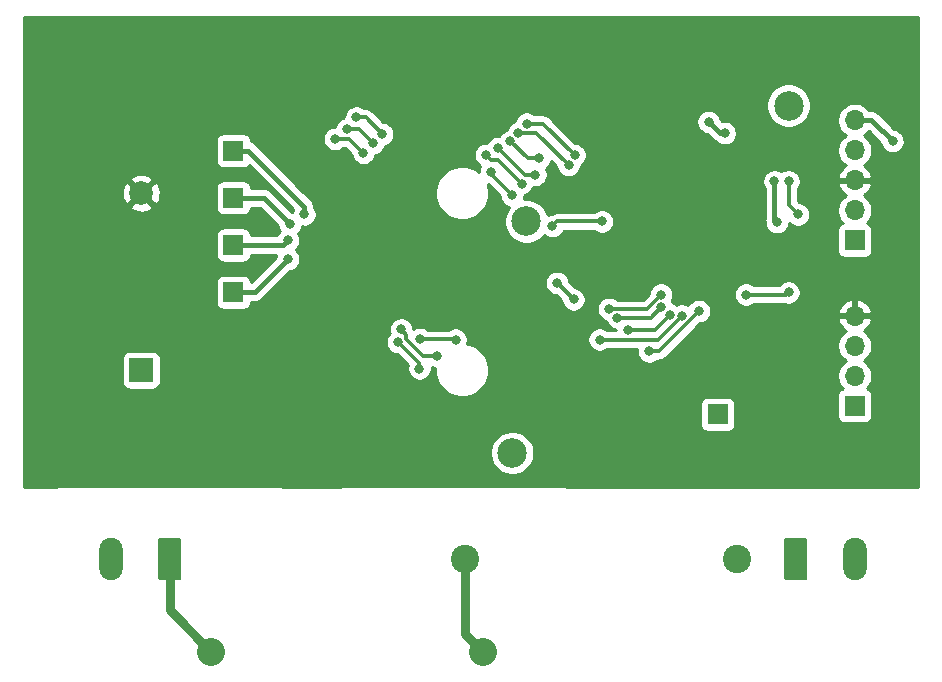
<source format=gbr>
G04 #@! TF.GenerationSoftware,KiCad,Pcbnew,5.1.5*
G04 #@! TF.CreationDate,2020-02-13T13:25:46+01:00*
G04 #@! TF.ProjectId,lora_fence_monitor,6c6f7261-5f66-4656-9e63-655f6d6f6e69,rev?*
G04 #@! TF.SameCoordinates,Original*
G04 #@! TF.FileFunction,Copper,L2,Bot*
G04 #@! TF.FilePolarity,Positive*
%FSLAX46Y46*%
G04 Gerber Fmt 4.6, Leading zero omitted, Abs format (unit mm)*
G04 Created by KiCad (PCBNEW 5.1.5) date 2020-02-13 13:25:46*
%MOMM*%
%LPD*%
G04 APERTURE LIST*
%ADD10O,2.000000X3.600000*%
%ADD11C,0.100000*%
%ADD12R,1.700000X1.700000*%
%ADD13R,2.000000X2.000000*%
%ADD14C,2.000000*%
%ADD15O,1.700000X1.700000*%
%ADD16C,2.400000*%
%ADD17C,2.400000*%
%ADD18C,2.500000*%
%ADD19C,0.800000*%
%ADD20C,0.400000*%
%ADD21C,0.300000*%
%ADD22C,0.800000*%
%ADD23C,0.254000*%
G04 APERTURE END LIST*
D10*
X138000000Y-113000000D03*
G04 #@! TA.AperFunction,ComponentPad*
D11*
G36*
X133774504Y-111201204D02*
G01*
X133798773Y-111204804D01*
X133822571Y-111210765D01*
X133845671Y-111219030D01*
X133867849Y-111229520D01*
X133888893Y-111242133D01*
X133908598Y-111256747D01*
X133926777Y-111273223D01*
X133943253Y-111291402D01*
X133957867Y-111311107D01*
X133970480Y-111332151D01*
X133980970Y-111354329D01*
X133989235Y-111377429D01*
X133995196Y-111401227D01*
X133998796Y-111425496D01*
X134000000Y-111450000D01*
X134000000Y-114550000D01*
X133998796Y-114574504D01*
X133995196Y-114598773D01*
X133989235Y-114622571D01*
X133980970Y-114645671D01*
X133970480Y-114667849D01*
X133957867Y-114688893D01*
X133943253Y-114708598D01*
X133926777Y-114726777D01*
X133908598Y-114743253D01*
X133888893Y-114757867D01*
X133867849Y-114770480D01*
X133845671Y-114780970D01*
X133822571Y-114789235D01*
X133798773Y-114795196D01*
X133774504Y-114798796D01*
X133750000Y-114800000D01*
X132250000Y-114800000D01*
X132225496Y-114798796D01*
X132201227Y-114795196D01*
X132177429Y-114789235D01*
X132154329Y-114780970D01*
X132132151Y-114770480D01*
X132111107Y-114757867D01*
X132091402Y-114743253D01*
X132073223Y-114726777D01*
X132056747Y-114708598D01*
X132042133Y-114688893D01*
X132029520Y-114667849D01*
X132019030Y-114645671D01*
X132010765Y-114622571D01*
X132004804Y-114598773D01*
X132001204Y-114574504D01*
X132000000Y-114550000D01*
X132000000Y-111450000D01*
X132001204Y-111425496D01*
X132004804Y-111401227D01*
X132010765Y-111377429D01*
X132019030Y-111354329D01*
X132029520Y-111332151D01*
X132042133Y-111311107D01*
X132056747Y-111291402D01*
X132073223Y-111273223D01*
X132091402Y-111256747D01*
X132111107Y-111242133D01*
X132132151Y-111229520D01*
X132154329Y-111219030D01*
X132177429Y-111210765D01*
X132201227Y-111204804D01*
X132225496Y-111201204D01*
X132250000Y-111200000D01*
X133750000Y-111200000D01*
X133774504Y-111201204D01*
G37*
G04 #@! TD.AperFunction*
D10*
X75000000Y-113000000D03*
G04 #@! TA.AperFunction,ComponentPad*
D11*
G36*
X80774504Y-111201204D02*
G01*
X80798773Y-111204804D01*
X80822571Y-111210765D01*
X80845671Y-111219030D01*
X80867849Y-111229520D01*
X80888893Y-111242133D01*
X80908598Y-111256747D01*
X80926777Y-111273223D01*
X80943253Y-111291402D01*
X80957867Y-111311107D01*
X80970480Y-111332151D01*
X80980970Y-111354329D01*
X80989235Y-111377429D01*
X80995196Y-111401227D01*
X80998796Y-111425496D01*
X81000000Y-111450000D01*
X81000000Y-114550000D01*
X80998796Y-114574504D01*
X80995196Y-114598773D01*
X80989235Y-114622571D01*
X80980970Y-114645671D01*
X80970480Y-114667849D01*
X80957867Y-114688893D01*
X80943253Y-114708598D01*
X80926777Y-114726777D01*
X80908598Y-114743253D01*
X80888893Y-114757867D01*
X80867849Y-114770480D01*
X80845671Y-114780970D01*
X80822571Y-114789235D01*
X80798773Y-114795196D01*
X80774504Y-114798796D01*
X80750000Y-114800000D01*
X79250000Y-114800000D01*
X79225496Y-114798796D01*
X79201227Y-114795196D01*
X79177429Y-114789235D01*
X79154329Y-114780970D01*
X79132151Y-114770480D01*
X79111107Y-114757867D01*
X79091402Y-114743253D01*
X79073223Y-114726777D01*
X79056747Y-114708598D01*
X79042133Y-114688893D01*
X79029520Y-114667849D01*
X79019030Y-114645671D01*
X79010765Y-114622571D01*
X79004804Y-114598773D01*
X79001204Y-114574504D01*
X79000000Y-114550000D01*
X79000000Y-111450000D01*
X79001204Y-111425496D01*
X79004804Y-111401227D01*
X79010765Y-111377429D01*
X79019030Y-111354329D01*
X79029520Y-111332151D01*
X79042133Y-111311107D01*
X79056747Y-111291402D01*
X79073223Y-111273223D01*
X79091402Y-111256747D01*
X79111107Y-111242133D01*
X79132151Y-111229520D01*
X79154329Y-111219030D01*
X79177429Y-111210765D01*
X79201227Y-111204804D01*
X79225496Y-111201204D01*
X79250000Y-111200000D01*
X80750000Y-111200000D01*
X80774504Y-111201204D01*
G37*
G04 #@! TD.AperFunction*
D12*
X126400000Y-100725000D03*
X85400000Y-78400000D03*
X85400000Y-90400000D03*
X85400000Y-86400000D03*
X85400000Y-82400000D03*
D13*
X77600000Y-97000000D03*
D14*
X77600000Y-82010000D03*
D12*
X138000000Y-86000000D03*
D15*
X138000000Y-83460000D03*
X138000000Y-80920000D03*
X138000000Y-78380000D03*
X138000000Y-75840000D03*
D12*
X138000000Y-100000000D03*
D15*
X138000000Y-97460000D03*
X138000000Y-94920000D03*
X138000000Y-92380000D03*
D16*
X128000000Y-113000000D03*
D17*
X106518627Y-120818580D02*
X106518627Y-120818580D01*
X83518627Y-120818580D02*
X83518627Y-120818580D01*
D16*
X105000000Y-113000000D03*
D18*
X110200000Y-84400000D03*
X109000000Y-104000000D03*
X132400000Y-74600000D03*
D19*
X70000000Y-67500000D03*
X72500000Y-67500000D03*
X75000000Y-67500000D03*
X77500000Y-67500000D03*
X80000000Y-67500000D03*
X82500000Y-67500000D03*
X85000000Y-67500000D03*
X87500000Y-67500000D03*
X90000000Y-67500000D03*
X92500000Y-67500000D03*
X95000000Y-67500000D03*
X97500000Y-67500000D03*
X100000000Y-67500000D03*
X102500000Y-67500000D03*
X110000000Y-67500000D03*
X112500000Y-67500000D03*
X115000000Y-67500000D03*
X117500000Y-67500000D03*
X120000000Y-67500000D03*
X122500000Y-67500000D03*
X125000000Y-67500000D03*
X127500000Y-67500000D03*
X130000000Y-67500000D03*
X132500000Y-67500000D03*
X135000000Y-67500000D03*
X137500000Y-67500000D03*
X140000000Y-67500000D03*
X121000000Y-100000000D03*
X120800000Y-102200000D03*
X131400000Y-91800000D03*
X129200000Y-99200000D03*
X103600000Y-75200000D03*
X103800000Y-72200000D03*
X100600000Y-70800000D03*
X91800000Y-88200000D03*
X91600000Y-91000000D03*
X132600000Y-88200000D03*
X125800000Y-90600000D03*
X120000000Y-79400000D03*
X82400000Y-102600000D03*
X87200000Y-101000000D03*
X111200000Y-95600000D03*
X108200000Y-67600000D03*
X108200000Y-69200000D03*
X108200000Y-71000000D03*
X103800000Y-68800000D03*
X103800000Y-70400000D03*
X119400000Y-76000000D03*
X112626330Y-81234346D03*
X112800000Y-86200000D03*
X105800000Y-91200000D03*
X105800000Y-88200000D03*
X70000000Y-70000000D03*
X70000000Y-72500000D03*
X70000000Y-75000000D03*
X70000000Y-77500000D03*
X70000000Y-82500000D03*
X70000000Y-80000000D03*
X70000000Y-85000000D03*
X70000000Y-87500000D03*
X70000000Y-90000000D03*
X70000000Y-92500000D03*
X70000000Y-95000000D03*
X70000000Y-97500000D03*
X70000000Y-100000000D03*
X70000000Y-102500000D03*
X70000000Y-105000000D03*
X72500000Y-105000000D03*
X75000000Y-105000000D03*
X77500000Y-105000000D03*
X80000000Y-105000000D03*
X82500000Y-105000000D03*
X85000000Y-105000000D03*
X87500000Y-105000000D03*
X90000000Y-105000000D03*
X92500000Y-105000000D03*
X95000000Y-105000000D03*
X97500000Y-105000000D03*
X100000000Y-105000000D03*
X102500000Y-105000000D03*
X105000000Y-105000000D03*
X112500000Y-105000000D03*
X115000000Y-105000000D03*
X117500000Y-105000000D03*
X137500000Y-105000000D03*
X140000000Y-105000000D03*
X142500000Y-105000000D03*
X142500000Y-102500000D03*
X142500000Y-100000000D03*
X142500000Y-97500000D03*
X142500000Y-95000000D03*
X142500000Y-92500000D03*
X142500000Y-90000000D03*
X142500000Y-87500000D03*
X142500000Y-85000000D03*
X142500000Y-82500000D03*
X142500000Y-80000000D03*
X142500000Y-77500000D03*
X142500000Y-75000000D03*
X142500000Y-72500000D03*
X142500000Y-70000000D03*
X142500000Y-67500000D03*
X140000000Y-70000000D03*
X140000000Y-72500000D03*
X137500000Y-72500000D03*
X137500000Y-70000000D03*
X135000000Y-70000000D03*
X132500000Y-70000000D03*
X130000000Y-70000000D03*
X127500000Y-70000000D03*
X125000000Y-70000000D03*
X122500000Y-70000000D03*
X120000000Y-70000000D03*
X117500000Y-70000000D03*
X115000000Y-70000000D03*
X112500000Y-70000000D03*
X110000000Y-70000000D03*
X110000000Y-72500000D03*
X95000000Y-70000000D03*
X92500000Y-70000000D03*
X90000000Y-70000000D03*
X87500000Y-70000000D03*
X85000000Y-70000000D03*
X82500000Y-70000000D03*
X80000000Y-70000000D03*
X77500000Y-70000000D03*
X75000000Y-70000000D03*
X72500000Y-70000000D03*
X72500000Y-72500000D03*
X72500000Y-77500000D03*
X72500000Y-82500000D03*
X72500000Y-87500000D03*
X72500000Y-92500000D03*
X72500000Y-97500000D03*
X77500000Y-75000000D03*
X80000000Y-80000000D03*
X77500000Y-87500000D03*
X80000000Y-92500000D03*
X92500000Y-100000000D03*
X100000000Y-100000000D03*
X110000000Y-97500000D03*
X110000000Y-90000000D03*
X100000000Y-85000000D03*
X97500000Y-82500000D03*
X90000000Y-77500000D03*
X130000000Y-75000000D03*
X92200000Y-94000000D03*
X131800000Y-105400000D03*
X121400000Y-105000000D03*
X134400000Y-105000000D03*
X129400000Y-105400000D03*
X141200000Y-77600000D03*
X107200000Y-80200000D03*
X109000000Y-82200000D03*
X112400000Y-84800000D03*
X116600000Y-84400000D03*
X131200000Y-81000000D03*
X125636931Y-75960541D03*
X126993758Y-76919104D03*
X131400000Y-84450010D03*
X120600000Y-95400000D03*
X124800000Y-92000000D03*
X133200000Y-83800000D03*
X132400000Y-81000000D03*
X90000000Y-87600000D03*
X99349268Y-94627380D03*
X101150010Y-96860653D03*
X121630331Y-91630344D03*
X117907115Y-92550010D03*
X90000000Y-86000000D03*
X118800000Y-93600000D03*
X99601855Y-93538923D03*
X102656367Y-95776178D03*
X122339324Y-92339324D03*
X90200000Y-84600000D03*
X101177682Y-94360630D03*
X104200000Y-94400000D03*
X117200000Y-91800000D03*
X121600000Y-90600000D03*
X91400000Y-83800000D03*
X112800000Y-89600000D03*
X114200000Y-91000000D03*
X116400000Y-94400000D03*
X128800000Y-90600000D03*
X132400000Y-90400000D03*
X123369662Y-92369662D03*
X114283574Y-78777102D03*
X110217458Y-76121867D03*
X113776211Y-79638848D03*
X109524675Y-76873731D03*
X95800000Y-75600000D03*
X98000000Y-77000000D03*
X111291068Y-79066692D03*
X108844199Y-77606518D03*
X95000000Y-76600000D03*
X97200000Y-77800000D03*
X107800000Y-78200000D03*
X110969662Y-80449990D03*
X94000000Y-77400000D03*
X96400000Y-78600000D03*
X109800000Y-81200000D03*
X106796378Y-78767857D03*
D20*
X141200000Y-77600000D02*
X139400000Y-75800000D01*
X139360000Y-75840000D02*
X138000000Y-75840000D01*
X139400000Y-75800000D02*
X139360000Y-75840000D01*
D21*
X107200000Y-80200000D02*
X107200000Y-80400000D01*
X107200000Y-80400000D02*
X109000000Y-82200000D01*
X112800000Y-84400000D02*
X116600000Y-84400000D01*
X112400000Y-84800000D02*
X112800000Y-84400000D01*
D22*
X80000000Y-117299953D02*
X83518627Y-120818580D01*
X80000000Y-113000000D02*
X80000000Y-117299953D01*
D20*
X126595494Y-76919104D02*
X126993758Y-76919104D01*
X125636931Y-75960541D02*
X126595494Y-76919104D01*
X131200000Y-84250010D02*
X131400000Y-84450010D01*
X131200000Y-81000000D02*
X131200000Y-84250010D01*
D22*
X105000000Y-119299953D02*
X106518627Y-120818580D01*
X105000000Y-113000000D02*
X105000000Y-119299953D01*
D21*
X121400000Y-95400000D02*
X124800000Y-92000000D01*
X120600000Y-95400000D02*
X121400000Y-95400000D01*
X133200000Y-83800000D02*
X132400000Y-83000000D01*
X132400000Y-83000000D02*
X132400000Y-81000000D01*
D20*
X85400000Y-90400000D02*
X87200000Y-90400000D01*
X87200000Y-90400000D02*
X90000000Y-87600000D01*
D21*
X99349268Y-94627380D02*
X101150010Y-96428122D01*
X101150010Y-96428122D02*
X101150010Y-96860653D01*
X120710665Y-92550010D02*
X121630331Y-91630344D01*
X117907115Y-92550010D02*
X120710665Y-92550010D01*
D20*
X85400000Y-86400000D02*
X89600000Y-86400000D01*
X89600000Y-86400000D02*
X90000000Y-86000000D01*
D21*
X102090682Y-95776178D02*
X102656367Y-95776178D01*
X100049999Y-94360001D02*
X101466176Y-95776178D01*
X100049999Y-93987067D02*
X100049999Y-94360001D01*
X99601855Y-93538923D02*
X100049999Y-93987067D01*
X101466176Y-95776178D02*
X102090682Y-95776178D01*
X121078648Y-93600000D02*
X122339324Y-92339324D01*
X118800000Y-93600000D02*
X121078648Y-93600000D01*
D20*
X85400000Y-82400000D02*
X88000000Y-82400000D01*
X88000000Y-82400000D02*
X90200000Y-84600000D01*
D21*
X101177682Y-94360630D02*
X104160630Y-94360630D01*
X104160630Y-94360630D02*
X104200000Y-94400000D01*
X120400000Y-91800000D02*
X121600000Y-90600000D01*
X117200000Y-91800000D02*
X120400000Y-91800000D01*
D20*
X91400000Y-83150000D02*
X91400000Y-83800000D01*
X85400000Y-78400000D02*
X86650000Y-78400000D01*
X86650000Y-78400000D02*
X91400000Y-83150000D01*
D21*
X112800000Y-89600000D02*
X114200000Y-91000000D01*
X128800000Y-90600000D02*
X132200000Y-90600000D01*
X132200000Y-90600000D02*
X132400000Y-90400000D01*
X116400000Y-94400000D02*
X121339324Y-94400000D01*
X121339324Y-94400000D02*
X123369662Y-92369662D01*
X114283574Y-78777102D02*
X111628339Y-76121867D01*
X111628339Y-76121867D02*
X110217458Y-76121867D01*
X111011094Y-76873731D02*
X110090360Y-76873731D01*
X113776211Y-79638848D02*
X111011094Y-76873731D01*
X110090360Y-76873731D02*
X109524675Y-76873731D01*
X95800000Y-75600000D02*
X96600000Y-75600000D01*
X96600000Y-75600000D02*
X98000000Y-77000000D01*
X110304373Y-79066692D02*
X111291068Y-79066692D01*
X108844199Y-77606518D02*
X110304373Y-79066692D01*
X95000000Y-76600000D02*
X96000000Y-76600000D01*
X96000000Y-76600000D02*
X97200000Y-77800000D01*
X110403977Y-80449990D02*
X110969662Y-80449990D01*
X107800000Y-78200000D02*
X110049990Y-80449990D01*
X110049990Y-80449990D02*
X110403977Y-80449990D01*
X94000000Y-77400000D02*
X95200000Y-77400000D01*
X95200000Y-77400000D02*
X96400000Y-78600000D01*
X107196377Y-79167856D02*
X106796378Y-78767857D01*
X109800000Y-81200000D02*
X107767856Y-79167856D01*
X107767856Y-79167856D02*
X107196377Y-79167856D01*
D23*
G36*
X143340000Y-106873000D02*
G01*
X113764186Y-106873000D01*
X113729174Y-106866067D01*
X113670684Y-106853635D01*
X113661530Y-106852673D01*
X113661524Y-106852672D01*
X113661519Y-106852672D01*
X113564402Y-106843150D01*
X113532419Y-106840000D01*
X94467581Y-106840000D01*
X94435110Y-106843198D01*
X94428617Y-106843198D01*
X94419453Y-106844162D01*
X94377169Y-106848905D01*
X94370617Y-106849550D01*
X94370148Y-106849692D01*
X94322478Y-106855039D01*
X94263984Y-106867472D01*
X94236066Y-106873000D01*
X89764186Y-106873000D01*
X89729174Y-106866067D01*
X89670684Y-106853635D01*
X89661530Y-106852673D01*
X89661524Y-106852672D01*
X89661519Y-106852672D01*
X89564402Y-106843150D01*
X89532419Y-106840000D01*
X70467581Y-106840000D01*
X70435110Y-106843198D01*
X70428617Y-106843198D01*
X70419453Y-106844162D01*
X70377169Y-106848905D01*
X70370617Y-106849550D01*
X70370148Y-106849692D01*
X70322478Y-106855039D01*
X70263984Y-106867472D01*
X70236066Y-106873000D01*
X67660000Y-106873000D01*
X67660000Y-103814344D01*
X107115000Y-103814344D01*
X107115000Y-104185656D01*
X107187439Y-104549834D01*
X107329534Y-104892882D01*
X107535825Y-105201618D01*
X107798382Y-105464175D01*
X108107118Y-105670466D01*
X108450166Y-105812561D01*
X108814344Y-105885000D01*
X109185656Y-105885000D01*
X109549834Y-105812561D01*
X109892882Y-105670466D01*
X110201618Y-105464175D01*
X110464175Y-105201618D01*
X110670466Y-104892882D01*
X110812561Y-104549834D01*
X110885000Y-104185656D01*
X110885000Y-103814344D01*
X110812561Y-103450166D01*
X110670466Y-103107118D01*
X110464175Y-102798382D01*
X110201618Y-102535825D01*
X109892882Y-102329534D01*
X109549834Y-102187439D01*
X109185656Y-102115000D01*
X108814344Y-102115000D01*
X108450166Y-102187439D01*
X108107118Y-102329534D01*
X107798382Y-102535825D01*
X107535825Y-102798382D01*
X107329534Y-103107118D01*
X107187439Y-103450166D01*
X107115000Y-103814344D01*
X67660000Y-103814344D01*
X67660000Y-99875000D01*
X124911928Y-99875000D01*
X124911928Y-101575000D01*
X124924188Y-101699482D01*
X124960498Y-101819180D01*
X125019463Y-101929494D01*
X125098815Y-102026185D01*
X125195506Y-102105537D01*
X125305820Y-102164502D01*
X125425518Y-102200812D01*
X125550000Y-102213072D01*
X127250000Y-102213072D01*
X127374482Y-102200812D01*
X127494180Y-102164502D01*
X127604494Y-102105537D01*
X127701185Y-102026185D01*
X127780537Y-101929494D01*
X127839502Y-101819180D01*
X127875812Y-101699482D01*
X127888072Y-101575000D01*
X127888072Y-99875000D01*
X127875812Y-99750518D01*
X127839502Y-99630820D01*
X127780537Y-99520506D01*
X127701185Y-99423815D01*
X127604494Y-99344463D01*
X127494180Y-99285498D01*
X127374482Y-99249188D01*
X127250000Y-99236928D01*
X125550000Y-99236928D01*
X125425518Y-99249188D01*
X125305820Y-99285498D01*
X125195506Y-99344463D01*
X125098815Y-99423815D01*
X125019463Y-99520506D01*
X124960498Y-99630820D01*
X124924188Y-99750518D01*
X124911928Y-99875000D01*
X67660000Y-99875000D01*
X67660000Y-96000000D01*
X75961928Y-96000000D01*
X75961928Y-98000000D01*
X75974188Y-98124482D01*
X76010498Y-98244180D01*
X76069463Y-98354494D01*
X76148815Y-98451185D01*
X76245506Y-98530537D01*
X76355820Y-98589502D01*
X76475518Y-98625812D01*
X76600000Y-98638072D01*
X78600000Y-98638072D01*
X78724482Y-98625812D01*
X78844180Y-98589502D01*
X78954494Y-98530537D01*
X79051185Y-98451185D01*
X79130537Y-98354494D01*
X79189502Y-98244180D01*
X79225812Y-98124482D01*
X79238072Y-98000000D01*
X79238072Y-96000000D01*
X79225812Y-95875518D01*
X79189502Y-95755820D01*
X79130537Y-95645506D01*
X79051185Y-95548815D01*
X78954494Y-95469463D01*
X78844180Y-95410498D01*
X78724482Y-95374188D01*
X78600000Y-95361928D01*
X76600000Y-95361928D01*
X76475518Y-95374188D01*
X76355820Y-95410498D01*
X76245506Y-95469463D01*
X76148815Y-95548815D01*
X76069463Y-95645506D01*
X76010498Y-95755820D01*
X75974188Y-95875518D01*
X75961928Y-96000000D01*
X67660000Y-96000000D01*
X67660000Y-94525441D01*
X98314268Y-94525441D01*
X98314268Y-94729319D01*
X98354042Y-94929278D01*
X98432063Y-95117636D01*
X98545331Y-95287154D01*
X98689494Y-95431317D01*
X98859012Y-95544585D01*
X99047370Y-95622606D01*
X99247329Y-95662380D01*
X99274111Y-95662380D01*
X100159383Y-96547652D01*
X100154784Y-96558755D01*
X100115010Y-96758714D01*
X100115010Y-96962592D01*
X100154784Y-97162551D01*
X100232805Y-97350909D01*
X100346073Y-97520427D01*
X100490236Y-97664590D01*
X100659754Y-97777858D01*
X100848112Y-97855879D01*
X101048071Y-97895653D01*
X101251949Y-97895653D01*
X101451908Y-97855879D01*
X101640266Y-97777858D01*
X101809784Y-97664590D01*
X101953947Y-97520427D01*
X102067215Y-97350909D01*
X102145236Y-97162551D01*
X102185010Y-96962592D01*
X102185010Y-96758714D01*
X102172545Y-96696048D01*
X102354469Y-96771404D01*
X102480000Y-96796373D01*
X102480000Y-97225053D01*
X102567811Y-97666510D01*
X102740059Y-98082353D01*
X102990125Y-98456603D01*
X103308397Y-98774875D01*
X103682647Y-99024941D01*
X104098490Y-99197189D01*
X104539947Y-99285000D01*
X104990053Y-99285000D01*
X105431510Y-99197189D01*
X105545434Y-99150000D01*
X136511928Y-99150000D01*
X136511928Y-100850000D01*
X136524188Y-100974482D01*
X136560498Y-101094180D01*
X136619463Y-101204494D01*
X136698815Y-101301185D01*
X136795506Y-101380537D01*
X136905820Y-101439502D01*
X137025518Y-101475812D01*
X137150000Y-101488072D01*
X138850000Y-101488072D01*
X138974482Y-101475812D01*
X139094180Y-101439502D01*
X139204494Y-101380537D01*
X139301185Y-101301185D01*
X139380537Y-101204494D01*
X139439502Y-101094180D01*
X139475812Y-100974482D01*
X139488072Y-100850000D01*
X139488072Y-99150000D01*
X139475812Y-99025518D01*
X139439502Y-98905820D01*
X139380537Y-98795506D01*
X139301185Y-98698815D01*
X139204494Y-98619463D01*
X139094180Y-98560498D01*
X139021620Y-98538487D01*
X139153475Y-98406632D01*
X139315990Y-98163411D01*
X139427932Y-97893158D01*
X139485000Y-97606260D01*
X139485000Y-97313740D01*
X139427932Y-97026842D01*
X139315990Y-96756589D01*
X139153475Y-96513368D01*
X138946632Y-96306525D01*
X138772240Y-96190000D01*
X138946632Y-96073475D01*
X139153475Y-95866632D01*
X139315990Y-95623411D01*
X139427932Y-95353158D01*
X139485000Y-95066260D01*
X139485000Y-94773740D01*
X139427932Y-94486842D01*
X139315990Y-94216589D01*
X139153475Y-93973368D01*
X138946632Y-93766525D01*
X138764466Y-93644805D01*
X138881355Y-93575178D01*
X139097588Y-93380269D01*
X139271641Y-93146920D01*
X139396825Y-92884099D01*
X139441476Y-92736890D01*
X139320155Y-92507000D01*
X138127000Y-92507000D01*
X138127000Y-92527000D01*
X137873000Y-92527000D01*
X137873000Y-92507000D01*
X136679845Y-92507000D01*
X136558524Y-92736890D01*
X136603175Y-92884099D01*
X136728359Y-93146920D01*
X136902412Y-93380269D01*
X137118645Y-93575178D01*
X137235534Y-93644805D01*
X137053368Y-93766525D01*
X136846525Y-93973368D01*
X136684010Y-94216589D01*
X136572068Y-94486842D01*
X136515000Y-94773740D01*
X136515000Y-95066260D01*
X136572068Y-95353158D01*
X136684010Y-95623411D01*
X136846525Y-95866632D01*
X137053368Y-96073475D01*
X137227760Y-96190000D01*
X137053368Y-96306525D01*
X136846525Y-96513368D01*
X136684010Y-96756589D01*
X136572068Y-97026842D01*
X136515000Y-97313740D01*
X136515000Y-97606260D01*
X136572068Y-97893158D01*
X136684010Y-98163411D01*
X136846525Y-98406632D01*
X136978380Y-98538487D01*
X136905820Y-98560498D01*
X136795506Y-98619463D01*
X136698815Y-98698815D01*
X136619463Y-98795506D01*
X136560498Y-98905820D01*
X136524188Y-99025518D01*
X136511928Y-99150000D01*
X105545434Y-99150000D01*
X105847353Y-99024941D01*
X106221603Y-98774875D01*
X106539875Y-98456603D01*
X106789941Y-98082353D01*
X106962189Y-97666510D01*
X107050000Y-97225053D01*
X107050000Y-96774947D01*
X106962189Y-96333490D01*
X106789941Y-95917647D01*
X106539875Y-95543397D01*
X106221603Y-95225125D01*
X105847353Y-94975059D01*
X105431510Y-94802811D01*
X105174594Y-94751707D01*
X105195226Y-94701898D01*
X105235000Y-94501939D01*
X105235000Y-94298061D01*
X115365000Y-94298061D01*
X115365000Y-94501939D01*
X115404774Y-94701898D01*
X115482795Y-94890256D01*
X115596063Y-95059774D01*
X115740226Y-95203937D01*
X115909744Y-95317205D01*
X116098102Y-95395226D01*
X116298061Y-95435000D01*
X116501939Y-95435000D01*
X116701898Y-95395226D01*
X116890256Y-95317205D01*
X117059774Y-95203937D01*
X117078711Y-95185000D01*
X119587489Y-95185000D01*
X119565000Y-95298061D01*
X119565000Y-95501939D01*
X119604774Y-95701898D01*
X119682795Y-95890256D01*
X119796063Y-96059774D01*
X119940226Y-96203937D01*
X120109744Y-96317205D01*
X120298102Y-96395226D01*
X120498061Y-96435000D01*
X120701939Y-96435000D01*
X120901898Y-96395226D01*
X121090256Y-96317205D01*
X121259774Y-96203937D01*
X121278711Y-96185000D01*
X121361447Y-96185000D01*
X121400000Y-96188797D01*
X121438553Y-96185000D01*
X121438561Y-96185000D01*
X121553887Y-96173641D01*
X121701860Y-96128754D01*
X121838233Y-96055862D01*
X121957764Y-95957764D01*
X121982347Y-95927810D01*
X124875158Y-93035000D01*
X124901939Y-93035000D01*
X125101898Y-92995226D01*
X125290256Y-92917205D01*
X125459774Y-92803937D01*
X125603937Y-92659774D01*
X125717205Y-92490256D01*
X125795226Y-92301898D01*
X125835000Y-92101939D01*
X125835000Y-92023110D01*
X136558524Y-92023110D01*
X136679845Y-92253000D01*
X137873000Y-92253000D01*
X137873000Y-91059186D01*
X138127000Y-91059186D01*
X138127000Y-92253000D01*
X139320155Y-92253000D01*
X139441476Y-92023110D01*
X139396825Y-91875901D01*
X139271641Y-91613080D01*
X139097588Y-91379731D01*
X138881355Y-91184822D01*
X138631252Y-91035843D01*
X138356891Y-90938519D01*
X138127000Y-91059186D01*
X137873000Y-91059186D01*
X137643109Y-90938519D01*
X137368748Y-91035843D01*
X137118645Y-91184822D01*
X136902412Y-91379731D01*
X136728359Y-91613080D01*
X136603175Y-91875901D01*
X136558524Y-92023110D01*
X125835000Y-92023110D01*
X125835000Y-91898061D01*
X125795226Y-91698102D01*
X125717205Y-91509744D01*
X125603937Y-91340226D01*
X125459774Y-91196063D01*
X125290256Y-91082795D01*
X125101898Y-91004774D01*
X124901939Y-90965000D01*
X124698061Y-90965000D01*
X124498102Y-91004774D01*
X124309744Y-91082795D01*
X124140226Y-91196063D01*
X123996063Y-91340226D01*
X123902197Y-91480707D01*
X123859918Y-91452457D01*
X123671560Y-91374436D01*
X123471601Y-91334662D01*
X123267723Y-91334662D01*
X123067764Y-91374436D01*
X122879406Y-91452457D01*
X122877195Y-91453934D01*
X122829580Y-91422119D01*
X122641222Y-91344098D01*
X122628153Y-91341498D01*
X122625557Y-91328446D01*
X122547536Y-91140088D01*
X122515722Y-91092475D01*
X122517205Y-91090256D01*
X122595226Y-90901898D01*
X122635000Y-90701939D01*
X122635000Y-90498061D01*
X127765000Y-90498061D01*
X127765000Y-90701939D01*
X127804774Y-90901898D01*
X127882795Y-91090256D01*
X127996063Y-91259774D01*
X128140226Y-91403937D01*
X128309744Y-91517205D01*
X128498102Y-91595226D01*
X128698061Y-91635000D01*
X128901939Y-91635000D01*
X129101898Y-91595226D01*
X129290256Y-91517205D01*
X129459774Y-91403937D01*
X129478711Y-91385000D01*
X132073414Y-91385000D01*
X132098102Y-91395226D01*
X132298061Y-91435000D01*
X132501939Y-91435000D01*
X132701898Y-91395226D01*
X132890256Y-91317205D01*
X133059774Y-91203937D01*
X133203937Y-91059774D01*
X133317205Y-90890256D01*
X133395226Y-90701898D01*
X133435000Y-90501939D01*
X133435000Y-90298061D01*
X133395226Y-90098102D01*
X133317205Y-89909744D01*
X133203937Y-89740226D01*
X133059774Y-89596063D01*
X132890256Y-89482795D01*
X132701898Y-89404774D01*
X132501939Y-89365000D01*
X132298061Y-89365000D01*
X132098102Y-89404774D01*
X131909744Y-89482795D01*
X131740226Y-89596063D01*
X131596063Y-89740226D01*
X131546101Y-89815000D01*
X129478711Y-89815000D01*
X129459774Y-89796063D01*
X129290256Y-89682795D01*
X129101898Y-89604774D01*
X128901939Y-89565000D01*
X128698061Y-89565000D01*
X128498102Y-89604774D01*
X128309744Y-89682795D01*
X128140226Y-89796063D01*
X127996063Y-89940226D01*
X127882795Y-90109744D01*
X127804774Y-90298102D01*
X127765000Y-90498061D01*
X122635000Y-90498061D01*
X122595226Y-90298102D01*
X122517205Y-90109744D01*
X122403937Y-89940226D01*
X122259774Y-89796063D01*
X122090256Y-89682795D01*
X121901898Y-89604774D01*
X121701939Y-89565000D01*
X121498061Y-89565000D01*
X121298102Y-89604774D01*
X121109744Y-89682795D01*
X120940226Y-89796063D01*
X120796063Y-89940226D01*
X120682795Y-90109744D01*
X120604774Y-90298102D01*
X120565000Y-90498061D01*
X120565000Y-90524842D01*
X120074843Y-91015000D01*
X117878711Y-91015000D01*
X117859774Y-90996063D01*
X117690256Y-90882795D01*
X117501898Y-90804774D01*
X117301939Y-90765000D01*
X117098061Y-90765000D01*
X116898102Y-90804774D01*
X116709744Y-90882795D01*
X116540226Y-90996063D01*
X116396063Y-91140226D01*
X116282795Y-91309744D01*
X116204774Y-91498102D01*
X116165000Y-91698061D01*
X116165000Y-91901939D01*
X116204774Y-92101898D01*
X116282795Y-92290256D01*
X116396063Y-92459774D01*
X116540226Y-92603937D01*
X116709744Y-92717205D01*
X116898102Y-92795226D01*
X116900718Y-92795746D01*
X116911889Y-92851908D01*
X116989910Y-93040266D01*
X117103178Y-93209784D01*
X117247341Y-93353947D01*
X117416859Y-93467215D01*
X117605217Y-93545236D01*
X117765000Y-93577019D01*
X117765000Y-93615000D01*
X117078711Y-93615000D01*
X117059774Y-93596063D01*
X116890256Y-93482795D01*
X116701898Y-93404774D01*
X116501939Y-93365000D01*
X116298061Y-93365000D01*
X116098102Y-93404774D01*
X115909744Y-93482795D01*
X115740226Y-93596063D01*
X115596063Y-93740226D01*
X115482795Y-93909744D01*
X115404774Y-94098102D01*
X115365000Y-94298061D01*
X105235000Y-94298061D01*
X105195226Y-94098102D01*
X105117205Y-93909744D01*
X105003937Y-93740226D01*
X104859774Y-93596063D01*
X104690256Y-93482795D01*
X104501898Y-93404774D01*
X104301939Y-93365000D01*
X104098061Y-93365000D01*
X103898102Y-93404774D01*
X103709744Y-93482795D01*
X103570806Y-93575630D01*
X101856393Y-93575630D01*
X101837456Y-93556693D01*
X101667938Y-93443425D01*
X101479580Y-93365404D01*
X101279621Y-93325630D01*
X101075743Y-93325630D01*
X100875784Y-93365404D01*
X100687426Y-93443425D01*
X100643461Y-93472801D01*
X100636855Y-93464751D01*
X100636855Y-93436984D01*
X100597081Y-93237025D01*
X100519060Y-93048667D01*
X100405792Y-92879149D01*
X100261629Y-92734986D01*
X100092111Y-92621718D01*
X99903753Y-92543697D01*
X99703794Y-92503923D01*
X99499916Y-92503923D01*
X99299957Y-92543697D01*
X99111599Y-92621718D01*
X98942081Y-92734986D01*
X98797918Y-92879149D01*
X98684650Y-93048667D01*
X98606629Y-93237025D01*
X98566855Y-93436984D01*
X98566855Y-93640862D01*
X98606629Y-93840821D01*
X98625810Y-93887127D01*
X98545331Y-93967606D01*
X98432063Y-94137124D01*
X98354042Y-94325482D01*
X98314268Y-94525441D01*
X67660000Y-94525441D01*
X67660000Y-83145413D01*
X76644192Y-83145413D01*
X76739956Y-83409814D01*
X77029571Y-83550704D01*
X77341108Y-83632384D01*
X77662595Y-83651718D01*
X77981675Y-83607961D01*
X78286088Y-83502795D01*
X78460044Y-83409814D01*
X78555808Y-83145413D01*
X77600000Y-82189605D01*
X76644192Y-83145413D01*
X67660000Y-83145413D01*
X67660000Y-82072595D01*
X75958282Y-82072595D01*
X76002039Y-82391675D01*
X76107205Y-82696088D01*
X76200186Y-82870044D01*
X76464587Y-82965808D01*
X77420395Y-82010000D01*
X77779605Y-82010000D01*
X78735413Y-82965808D01*
X78999814Y-82870044D01*
X79140704Y-82580429D01*
X79222384Y-82268892D01*
X79241718Y-81947405D01*
X79197961Y-81628325D01*
X79092795Y-81323912D01*
X78999814Y-81149956D01*
X78735413Y-81054192D01*
X77779605Y-82010000D01*
X77420395Y-82010000D01*
X76464587Y-81054192D01*
X76200186Y-81149956D01*
X76059296Y-81439571D01*
X75977616Y-81751108D01*
X75958282Y-82072595D01*
X67660000Y-82072595D01*
X67660000Y-80874587D01*
X76644192Y-80874587D01*
X77600000Y-81830395D01*
X78555808Y-80874587D01*
X78460044Y-80610186D01*
X78170429Y-80469296D01*
X77858892Y-80387616D01*
X77537405Y-80368282D01*
X77218325Y-80412039D01*
X76913912Y-80517205D01*
X76739956Y-80610186D01*
X76644192Y-80874587D01*
X67660000Y-80874587D01*
X67660000Y-77550000D01*
X83911928Y-77550000D01*
X83911928Y-79250000D01*
X83924188Y-79374482D01*
X83960498Y-79494180D01*
X84019463Y-79604494D01*
X84098815Y-79701185D01*
X84195506Y-79780537D01*
X84305820Y-79839502D01*
X84425518Y-79875812D01*
X84550000Y-79888072D01*
X86250000Y-79888072D01*
X86374482Y-79875812D01*
X86494180Y-79839502D01*
X86604494Y-79780537D01*
X86701185Y-79701185D01*
X86732347Y-79663214D01*
X90452358Y-83383226D01*
X90404774Y-83498102D01*
X90388060Y-83582130D01*
X90356776Y-83575908D01*
X88619446Y-81838579D01*
X88593291Y-81806709D01*
X88466146Y-81702364D01*
X88321087Y-81624828D01*
X88163689Y-81577082D01*
X88041019Y-81565000D01*
X88041018Y-81565000D01*
X88000000Y-81560960D01*
X87958982Y-81565000D01*
X86888072Y-81565000D01*
X86888072Y-81550000D01*
X86875812Y-81425518D01*
X86839502Y-81305820D01*
X86780537Y-81195506D01*
X86701185Y-81098815D01*
X86604494Y-81019463D01*
X86494180Y-80960498D01*
X86374482Y-80924188D01*
X86250000Y-80911928D01*
X84550000Y-80911928D01*
X84425518Y-80924188D01*
X84305820Y-80960498D01*
X84195506Y-81019463D01*
X84098815Y-81098815D01*
X84019463Y-81195506D01*
X83960498Y-81305820D01*
X83924188Y-81425518D01*
X83911928Y-81550000D01*
X83911928Y-83250000D01*
X83924188Y-83374482D01*
X83960498Y-83494180D01*
X84019463Y-83604494D01*
X84098815Y-83701185D01*
X84195506Y-83780537D01*
X84305820Y-83839502D01*
X84425518Y-83875812D01*
X84550000Y-83888072D01*
X86250000Y-83888072D01*
X86374482Y-83875812D01*
X86494180Y-83839502D01*
X86604494Y-83780537D01*
X86701185Y-83701185D01*
X86780537Y-83604494D01*
X86839502Y-83494180D01*
X86875812Y-83374482D01*
X86888072Y-83250000D01*
X86888072Y-83235000D01*
X87654133Y-83235000D01*
X89175908Y-84756776D01*
X89204774Y-84901898D01*
X89282795Y-85090256D01*
X89349398Y-85189935D01*
X89340226Y-85196063D01*
X89196063Y-85340226D01*
X89082795Y-85509744D01*
X89059907Y-85565000D01*
X86888072Y-85565000D01*
X86888072Y-85550000D01*
X86875812Y-85425518D01*
X86839502Y-85305820D01*
X86780537Y-85195506D01*
X86701185Y-85098815D01*
X86604494Y-85019463D01*
X86494180Y-84960498D01*
X86374482Y-84924188D01*
X86250000Y-84911928D01*
X84550000Y-84911928D01*
X84425518Y-84924188D01*
X84305820Y-84960498D01*
X84195506Y-85019463D01*
X84098815Y-85098815D01*
X84019463Y-85195506D01*
X83960498Y-85305820D01*
X83924188Y-85425518D01*
X83911928Y-85550000D01*
X83911928Y-87250000D01*
X83924188Y-87374482D01*
X83960498Y-87494180D01*
X84019463Y-87604494D01*
X84098815Y-87701185D01*
X84195506Y-87780537D01*
X84305820Y-87839502D01*
X84425518Y-87875812D01*
X84550000Y-87888072D01*
X86250000Y-87888072D01*
X86374482Y-87875812D01*
X86494180Y-87839502D01*
X86604494Y-87780537D01*
X86701185Y-87701185D01*
X86780537Y-87604494D01*
X86839502Y-87494180D01*
X86875812Y-87374482D01*
X86888072Y-87250000D01*
X86888072Y-87235000D01*
X89030912Y-87235000D01*
X89004774Y-87298102D01*
X88975908Y-87443225D01*
X86886374Y-89532759D01*
X86875812Y-89425518D01*
X86839502Y-89305820D01*
X86780537Y-89195506D01*
X86701185Y-89098815D01*
X86604494Y-89019463D01*
X86494180Y-88960498D01*
X86374482Y-88924188D01*
X86250000Y-88911928D01*
X84550000Y-88911928D01*
X84425518Y-88924188D01*
X84305820Y-88960498D01*
X84195506Y-89019463D01*
X84098815Y-89098815D01*
X84019463Y-89195506D01*
X83960498Y-89305820D01*
X83924188Y-89425518D01*
X83911928Y-89550000D01*
X83911928Y-91250000D01*
X83924188Y-91374482D01*
X83960498Y-91494180D01*
X84019463Y-91604494D01*
X84098815Y-91701185D01*
X84195506Y-91780537D01*
X84305820Y-91839502D01*
X84425518Y-91875812D01*
X84550000Y-91888072D01*
X86250000Y-91888072D01*
X86374482Y-91875812D01*
X86494180Y-91839502D01*
X86604494Y-91780537D01*
X86701185Y-91701185D01*
X86780537Y-91604494D01*
X86839502Y-91494180D01*
X86875812Y-91374482D01*
X86888072Y-91250000D01*
X86888072Y-91235000D01*
X87158982Y-91235000D01*
X87200000Y-91239040D01*
X87241018Y-91235000D01*
X87241019Y-91235000D01*
X87363689Y-91222918D01*
X87521087Y-91175172D01*
X87666146Y-91097636D01*
X87793291Y-90993291D01*
X87819446Y-90961421D01*
X89282806Y-89498061D01*
X111765000Y-89498061D01*
X111765000Y-89701939D01*
X111804774Y-89901898D01*
X111882795Y-90090256D01*
X111996063Y-90259774D01*
X112140226Y-90403937D01*
X112309744Y-90517205D01*
X112498102Y-90595226D01*
X112698061Y-90635000D01*
X112724843Y-90635000D01*
X113165000Y-91075158D01*
X113165000Y-91101939D01*
X113204774Y-91301898D01*
X113282795Y-91490256D01*
X113396063Y-91659774D01*
X113540226Y-91803937D01*
X113709744Y-91917205D01*
X113898102Y-91995226D01*
X114098061Y-92035000D01*
X114301939Y-92035000D01*
X114501898Y-91995226D01*
X114690256Y-91917205D01*
X114859774Y-91803937D01*
X115003937Y-91659774D01*
X115117205Y-91490256D01*
X115195226Y-91301898D01*
X115235000Y-91101939D01*
X115235000Y-90898061D01*
X115195226Y-90698102D01*
X115117205Y-90509744D01*
X115003937Y-90340226D01*
X114859774Y-90196063D01*
X114690256Y-90082795D01*
X114501898Y-90004774D01*
X114301939Y-89965000D01*
X114275158Y-89965000D01*
X113835000Y-89524843D01*
X113835000Y-89498061D01*
X113795226Y-89298102D01*
X113717205Y-89109744D01*
X113603937Y-88940226D01*
X113459774Y-88796063D01*
X113290256Y-88682795D01*
X113101898Y-88604774D01*
X112901939Y-88565000D01*
X112698061Y-88565000D01*
X112498102Y-88604774D01*
X112309744Y-88682795D01*
X112140226Y-88796063D01*
X111996063Y-88940226D01*
X111882795Y-89109744D01*
X111804774Y-89298102D01*
X111765000Y-89498061D01*
X89282806Y-89498061D01*
X90156775Y-88624092D01*
X90301898Y-88595226D01*
X90490256Y-88517205D01*
X90659774Y-88403937D01*
X90803937Y-88259774D01*
X90917205Y-88090256D01*
X90995226Y-87901898D01*
X91035000Y-87701939D01*
X91035000Y-87498061D01*
X90995226Y-87298102D01*
X90917205Y-87109744D01*
X90803937Y-86940226D01*
X90663711Y-86800000D01*
X90803937Y-86659774D01*
X90917205Y-86490256D01*
X90995226Y-86301898D01*
X91035000Y-86101939D01*
X91035000Y-85898061D01*
X90995226Y-85698102D01*
X90917205Y-85509744D01*
X90850602Y-85410065D01*
X90859774Y-85403937D01*
X91003937Y-85259774D01*
X91117205Y-85090256D01*
X91195226Y-84901898D01*
X91211940Y-84817870D01*
X91298061Y-84835000D01*
X91501939Y-84835000D01*
X91701898Y-84795226D01*
X91890256Y-84717205D01*
X92059774Y-84603937D01*
X92203937Y-84459774D01*
X92317205Y-84290256D01*
X92395226Y-84101898D01*
X92435000Y-83901939D01*
X92435000Y-83698061D01*
X92395226Y-83498102D01*
X92317205Y-83309744D01*
X92235368Y-83187267D01*
X92239039Y-83149999D01*
X92235000Y-83108991D01*
X92235000Y-83108981D01*
X92222918Y-82986311D01*
X92175172Y-82828913D01*
X92097636Y-82683854D01*
X91993291Y-82556709D01*
X91961428Y-82530560D01*
X91215815Y-81784947D01*
X102480000Y-81784947D01*
X102480000Y-82235053D01*
X102567811Y-82676510D01*
X102740059Y-83092353D01*
X102990125Y-83466603D01*
X103308397Y-83784875D01*
X103682647Y-84034941D01*
X104098490Y-84207189D01*
X104539947Y-84295000D01*
X104990053Y-84295000D01*
X105431510Y-84207189D01*
X105847353Y-84034941D01*
X106221603Y-83784875D01*
X106539875Y-83466603D01*
X106789941Y-83092353D01*
X106962189Y-82676510D01*
X107050000Y-82235053D01*
X107050000Y-81784947D01*
X106962189Y-81343490D01*
X106911883Y-81222040D01*
X107965000Y-82275158D01*
X107965000Y-82301939D01*
X108004774Y-82501898D01*
X108082795Y-82690256D01*
X108196063Y-82859774D01*
X108340226Y-83003937D01*
X108509744Y-83117205D01*
X108698102Y-83195226D01*
X108733261Y-83202219D01*
X108529534Y-83507118D01*
X108387439Y-83850166D01*
X108315000Y-84214344D01*
X108315000Y-84585656D01*
X108387439Y-84949834D01*
X108529534Y-85292882D01*
X108735825Y-85601618D01*
X108998382Y-85864175D01*
X109307118Y-86070466D01*
X109650166Y-86212561D01*
X110014344Y-86285000D01*
X110385656Y-86285000D01*
X110749834Y-86212561D01*
X111092882Y-86070466D01*
X111401618Y-85864175D01*
X111664175Y-85601618D01*
X111693708Y-85557419D01*
X111740226Y-85603937D01*
X111909744Y-85717205D01*
X112098102Y-85795226D01*
X112298061Y-85835000D01*
X112501939Y-85835000D01*
X112701898Y-85795226D01*
X112890256Y-85717205D01*
X113059774Y-85603937D01*
X113203937Y-85459774D01*
X113317205Y-85290256D01*
X113360804Y-85185000D01*
X115921289Y-85185000D01*
X115940226Y-85203937D01*
X116109744Y-85317205D01*
X116298102Y-85395226D01*
X116498061Y-85435000D01*
X116701939Y-85435000D01*
X116901898Y-85395226D01*
X117090256Y-85317205D01*
X117259774Y-85203937D01*
X117403937Y-85059774D01*
X117517205Y-84890256D01*
X117595226Y-84701898D01*
X117635000Y-84501939D01*
X117635000Y-84298061D01*
X117595226Y-84098102D01*
X117517205Y-83909744D01*
X117403937Y-83740226D01*
X117259774Y-83596063D01*
X117090256Y-83482795D01*
X116901898Y-83404774D01*
X116701939Y-83365000D01*
X116498061Y-83365000D01*
X116298102Y-83404774D01*
X116109744Y-83482795D01*
X115940226Y-83596063D01*
X115921289Y-83615000D01*
X112838552Y-83615000D01*
X112799999Y-83611203D01*
X112761446Y-83615000D01*
X112761439Y-83615000D01*
X112660490Y-83624943D01*
X112646112Y-83626359D01*
X112626251Y-83632384D01*
X112498140Y-83671246D01*
X112361767Y-83744138D01*
X112336347Y-83765000D01*
X112298061Y-83765000D01*
X112098102Y-83804774D01*
X112009040Y-83841665D01*
X111870466Y-83507118D01*
X111664175Y-83198382D01*
X111401618Y-82935825D01*
X111092882Y-82729534D01*
X110749834Y-82587439D01*
X110385656Y-82515000D01*
X110014344Y-82515000D01*
X109987595Y-82520321D01*
X109995226Y-82501898D01*
X110035000Y-82301939D01*
X110035000Y-82208533D01*
X110101898Y-82195226D01*
X110290256Y-82117205D01*
X110459774Y-82003937D01*
X110603937Y-81859774D01*
X110717205Y-81690256D01*
X110795226Y-81501898D01*
X110801220Y-81471762D01*
X110867723Y-81484990D01*
X111071601Y-81484990D01*
X111271560Y-81445216D01*
X111459918Y-81367195D01*
X111629436Y-81253927D01*
X111773599Y-81109764D01*
X111886867Y-80940246D01*
X111904340Y-80898061D01*
X130165000Y-80898061D01*
X130165000Y-81101939D01*
X130204774Y-81301898D01*
X130282795Y-81490256D01*
X130365000Y-81613285D01*
X130365001Y-84208982D01*
X130360960Y-84250010D01*
X130368758Y-84329180D01*
X130365000Y-84348071D01*
X130365000Y-84551949D01*
X130404774Y-84751908D01*
X130482795Y-84940266D01*
X130596063Y-85109784D01*
X130740226Y-85253947D01*
X130909744Y-85367215D01*
X131098102Y-85445236D01*
X131298061Y-85485010D01*
X131501939Y-85485010D01*
X131701898Y-85445236D01*
X131890256Y-85367215D01*
X132059774Y-85253947D01*
X132163721Y-85150000D01*
X136511928Y-85150000D01*
X136511928Y-86850000D01*
X136524188Y-86974482D01*
X136560498Y-87094180D01*
X136619463Y-87204494D01*
X136698815Y-87301185D01*
X136795506Y-87380537D01*
X136905820Y-87439502D01*
X137025518Y-87475812D01*
X137150000Y-87488072D01*
X138850000Y-87488072D01*
X138974482Y-87475812D01*
X139094180Y-87439502D01*
X139204494Y-87380537D01*
X139301185Y-87301185D01*
X139380537Y-87204494D01*
X139439502Y-87094180D01*
X139475812Y-86974482D01*
X139488072Y-86850000D01*
X139488072Y-85150000D01*
X139475812Y-85025518D01*
X139439502Y-84905820D01*
X139380537Y-84795506D01*
X139301185Y-84698815D01*
X139204494Y-84619463D01*
X139094180Y-84560498D01*
X139021620Y-84538487D01*
X139153475Y-84406632D01*
X139315990Y-84163411D01*
X139427932Y-83893158D01*
X139485000Y-83606260D01*
X139485000Y-83313740D01*
X139427932Y-83026842D01*
X139315990Y-82756589D01*
X139153475Y-82513368D01*
X138946632Y-82306525D01*
X138764466Y-82184805D01*
X138881355Y-82115178D01*
X139097588Y-81920269D01*
X139271641Y-81686920D01*
X139396825Y-81424099D01*
X139441476Y-81276890D01*
X139320155Y-81047000D01*
X138127000Y-81047000D01*
X138127000Y-81067000D01*
X137873000Y-81067000D01*
X137873000Y-81047000D01*
X136679845Y-81047000D01*
X136558524Y-81276890D01*
X136603175Y-81424099D01*
X136728359Y-81686920D01*
X136902412Y-81920269D01*
X137118645Y-82115178D01*
X137235534Y-82184805D01*
X137053368Y-82306525D01*
X136846525Y-82513368D01*
X136684010Y-82756589D01*
X136572068Y-83026842D01*
X136515000Y-83313740D01*
X136515000Y-83606260D01*
X136572068Y-83893158D01*
X136684010Y-84163411D01*
X136846525Y-84406632D01*
X136978380Y-84538487D01*
X136905820Y-84560498D01*
X136795506Y-84619463D01*
X136698815Y-84698815D01*
X136619463Y-84795506D01*
X136560498Y-84905820D01*
X136524188Y-85025518D01*
X136511928Y-85150000D01*
X132163721Y-85150000D01*
X132203937Y-85109784D01*
X132317205Y-84940266D01*
X132395226Y-84751908D01*
X132435000Y-84551949D01*
X132435000Y-84498711D01*
X132540226Y-84603937D01*
X132709744Y-84717205D01*
X132898102Y-84795226D01*
X133098061Y-84835000D01*
X133301939Y-84835000D01*
X133501898Y-84795226D01*
X133690256Y-84717205D01*
X133859774Y-84603937D01*
X134003937Y-84459774D01*
X134117205Y-84290256D01*
X134195226Y-84101898D01*
X134235000Y-83901939D01*
X134235000Y-83698061D01*
X134195226Y-83498102D01*
X134117205Y-83309744D01*
X134003937Y-83140226D01*
X133859774Y-82996063D01*
X133690256Y-82882795D01*
X133501898Y-82804774D01*
X133301939Y-82765000D01*
X133275157Y-82765000D01*
X133185000Y-82674843D01*
X133185000Y-81678711D01*
X133203937Y-81659774D01*
X133317205Y-81490256D01*
X133395226Y-81301898D01*
X133435000Y-81101939D01*
X133435000Y-80898061D01*
X133395226Y-80698102D01*
X133317205Y-80509744D01*
X133203937Y-80340226D01*
X133059774Y-80196063D01*
X132890256Y-80082795D01*
X132701898Y-80004774D01*
X132501939Y-79965000D01*
X132298061Y-79965000D01*
X132098102Y-80004774D01*
X131909744Y-80082795D01*
X131800000Y-80156123D01*
X131690256Y-80082795D01*
X131501898Y-80004774D01*
X131301939Y-79965000D01*
X131098061Y-79965000D01*
X130898102Y-80004774D01*
X130709744Y-80082795D01*
X130540226Y-80196063D01*
X130396063Y-80340226D01*
X130282795Y-80509744D01*
X130204774Y-80698102D01*
X130165000Y-80898061D01*
X111904340Y-80898061D01*
X111964888Y-80751888D01*
X112004662Y-80551929D01*
X112004662Y-80348051D01*
X111964888Y-80148092D01*
X111886867Y-79959734D01*
X111865452Y-79927684D01*
X111950842Y-79870629D01*
X112095005Y-79726466D01*
X112208273Y-79556948D01*
X112286294Y-79368590D01*
X112304461Y-79277256D01*
X112741211Y-79714006D01*
X112741211Y-79740787D01*
X112780985Y-79940746D01*
X112859006Y-80129104D01*
X112972274Y-80298622D01*
X113116437Y-80442785D01*
X113285955Y-80556053D01*
X113474313Y-80634074D01*
X113674272Y-80673848D01*
X113878150Y-80673848D01*
X114078109Y-80634074D01*
X114266467Y-80556053D01*
X114435985Y-80442785D01*
X114580148Y-80298622D01*
X114693416Y-80129104D01*
X114771437Y-79940746D01*
X114811211Y-79740787D01*
X114811211Y-79669330D01*
X114943348Y-79581039D01*
X115087511Y-79436876D01*
X115200779Y-79267358D01*
X115278800Y-79079000D01*
X115318574Y-78879041D01*
X115318574Y-78675163D01*
X115278800Y-78475204D01*
X115200779Y-78286846D01*
X115087511Y-78117328D01*
X114943348Y-77973165D01*
X114773830Y-77859897D01*
X114585472Y-77781876D01*
X114385513Y-77742102D01*
X114358732Y-77742102D01*
X112475232Y-75858602D01*
X124601931Y-75858602D01*
X124601931Y-76062480D01*
X124641705Y-76262439D01*
X124719726Y-76450797D01*
X124832994Y-76620315D01*
X124977157Y-76764478D01*
X125146675Y-76877746D01*
X125335033Y-76955767D01*
X125480156Y-76984633D01*
X125976057Y-77480536D01*
X126002203Y-77512395D01*
X126034062Y-77538541D01*
X126034064Y-77538543D01*
X126129348Y-77616740D01*
X126274407Y-77694276D01*
X126318636Y-77707693D01*
X126333984Y-77723041D01*
X126503502Y-77836309D01*
X126691860Y-77914330D01*
X126891819Y-77954104D01*
X127095697Y-77954104D01*
X127295656Y-77914330D01*
X127484014Y-77836309D01*
X127653532Y-77723041D01*
X127797695Y-77578878D01*
X127910963Y-77409360D01*
X127988984Y-77221002D01*
X128028758Y-77021043D01*
X128028758Y-76817165D01*
X127988984Y-76617206D01*
X127910963Y-76428848D01*
X127797695Y-76259330D01*
X127653532Y-76115167D01*
X127484014Y-76001899D01*
X127295656Y-75923878D01*
X127095697Y-75884104D01*
X126891819Y-75884104D01*
X126766324Y-75909066D01*
X126661023Y-75803766D01*
X126632157Y-75658643D01*
X126554136Y-75470285D01*
X126440868Y-75300767D01*
X126296705Y-75156604D01*
X126127187Y-75043336D01*
X125938829Y-74965315D01*
X125738870Y-74925541D01*
X125534992Y-74925541D01*
X125335033Y-74965315D01*
X125146675Y-75043336D01*
X124977157Y-75156604D01*
X124832994Y-75300767D01*
X124719726Y-75470285D01*
X124641705Y-75658643D01*
X124601931Y-75858602D01*
X112475232Y-75858602D01*
X112210686Y-75594057D01*
X112186103Y-75564103D01*
X112066572Y-75466005D01*
X111930199Y-75393113D01*
X111782226Y-75348226D01*
X111666900Y-75336867D01*
X111666892Y-75336867D01*
X111628339Y-75333070D01*
X111589786Y-75336867D01*
X110896169Y-75336867D01*
X110877232Y-75317930D01*
X110707714Y-75204662D01*
X110519356Y-75126641D01*
X110319397Y-75086867D01*
X110115519Y-75086867D01*
X109915560Y-75126641D01*
X109727202Y-75204662D01*
X109557684Y-75317930D01*
X109413521Y-75462093D01*
X109300253Y-75631611D01*
X109222232Y-75819969D01*
X109209494Y-75884007D01*
X109034419Y-75956526D01*
X108864901Y-76069794D01*
X108720738Y-76213957D01*
X108607470Y-76383475D01*
X108529449Y-76571833D01*
X108519741Y-76620637D01*
X108353943Y-76689313D01*
X108184425Y-76802581D01*
X108040262Y-76946744D01*
X107926994Y-77116262D01*
X107906435Y-77165894D01*
X107901939Y-77165000D01*
X107698061Y-77165000D01*
X107498102Y-77204774D01*
X107309744Y-77282795D01*
X107140226Y-77396063D01*
X106996063Y-77540226D01*
X106882795Y-77709744D01*
X106873221Y-77732857D01*
X106694439Y-77732857D01*
X106494480Y-77772631D01*
X106306122Y-77850652D01*
X106136604Y-77963920D01*
X105992441Y-78108083D01*
X105879173Y-78277601D01*
X105801152Y-78465959D01*
X105761378Y-78665918D01*
X105761378Y-78869796D01*
X105801152Y-79069755D01*
X105879173Y-79258113D01*
X105992441Y-79427631D01*
X106136604Y-79571794D01*
X106301397Y-79681905D01*
X106282795Y-79709744D01*
X106204774Y-79898102D01*
X106165000Y-80098061D01*
X106165000Y-80197304D01*
X105847353Y-79985059D01*
X105431510Y-79812811D01*
X104990053Y-79725000D01*
X104539947Y-79725000D01*
X104098490Y-79812811D01*
X103682647Y-79985059D01*
X103308397Y-80235125D01*
X102990125Y-80553397D01*
X102740059Y-80927647D01*
X102567811Y-81343490D01*
X102480000Y-81784947D01*
X91215815Y-81784947D01*
X87269446Y-77838579D01*
X87243291Y-77806709D01*
X87116146Y-77702364D01*
X86971087Y-77624828D01*
X86888072Y-77599646D01*
X86888072Y-77550000D01*
X86875812Y-77425518D01*
X86839502Y-77305820D01*
X86835355Y-77298061D01*
X92965000Y-77298061D01*
X92965000Y-77501939D01*
X93004774Y-77701898D01*
X93082795Y-77890256D01*
X93196063Y-78059774D01*
X93340226Y-78203937D01*
X93509744Y-78317205D01*
X93698102Y-78395226D01*
X93898061Y-78435000D01*
X94101939Y-78435000D01*
X94301898Y-78395226D01*
X94490256Y-78317205D01*
X94659774Y-78203937D01*
X94678711Y-78185000D01*
X94874843Y-78185000D01*
X95365000Y-78675158D01*
X95365000Y-78701939D01*
X95404774Y-78901898D01*
X95482795Y-79090256D01*
X95596063Y-79259774D01*
X95740226Y-79403937D01*
X95909744Y-79517205D01*
X96098102Y-79595226D01*
X96298061Y-79635000D01*
X96501939Y-79635000D01*
X96701898Y-79595226D01*
X96890256Y-79517205D01*
X97059774Y-79403937D01*
X97203937Y-79259774D01*
X97317205Y-79090256D01*
X97395226Y-78901898D01*
X97412924Y-78812924D01*
X97501898Y-78795226D01*
X97690256Y-78717205D01*
X97859774Y-78603937D01*
X98003937Y-78459774D01*
X98117205Y-78290256D01*
X98195226Y-78101898D01*
X98212924Y-78012924D01*
X98301898Y-77995226D01*
X98490256Y-77917205D01*
X98659774Y-77803937D01*
X98803937Y-77659774D01*
X98917205Y-77490256D01*
X98995226Y-77301898D01*
X99035000Y-77101939D01*
X99035000Y-76898061D01*
X98995226Y-76698102D01*
X98917205Y-76509744D01*
X98803937Y-76340226D01*
X98659774Y-76196063D01*
X98490256Y-76082795D01*
X98301898Y-76004774D01*
X98101939Y-75965000D01*
X98075158Y-75965000D01*
X97182347Y-75072190D01*
X97157764Y-75042236D01*
X97038233Y-74944138D01*
X96901860Y-74871246D01*
X96753887Y-74826359D01*
X96638561Y-74815000D01*
X96638553Y-74815000D01*
X96600000Y-74811203D01*
X96561447Y-74815000D01*
X96478711Y-74815000D01*
X96459774Y-74796063D01*
X96290256Y-74682795D01*
X96101898Y-74604774D01*
X95901939Y-74565000D01*
X95698061Y-74565000D01*
X95498102Y-74604774D01*
X95309744Y-74682795D01*
X95140226Y-74796063D01*
X94996063Y-74940226D01*
X94882795Y-75109744D01*
X94804774Y-75298102D01*
X94765000Y-75498061D01*
X94765000Y-75591467D01*
X94698102Y-75604774D01*
X94509744Y-75682795D01*
X94340226Y-75796063D01*
X94196063Y-75940226D01*
X94082795Y-76109744D01*
X94004774Y-76298102D01*
X93991467Y-76365000D01*
X93898061Y-76365000D01*
X93698102Y-76404774D01*
X93509744Y-76482795D01*
X93340226Y-76596063D01*
X93196063Y-76740226D01*
X93082795Y-76909744D01*
X93004774Y-77098102D01*
X92965000Y-77298061D01*
X86835355Y-77298061D01*
X86780537Y-77195506D01*
X86701185Y-77098815D01*
X86604494Y-77019463D01*
X86494180Y-76960498D01*
X86374482Y-76924188D01*
X86250000Y-76911928D01*
X84550000Y-76911928D01*
X84425518Y-76924188D01*
X84305820Y-76960498D01*
X84195506Y-77019463D01*
X84098815Y-77098815D01*
X84019463Y-77195506D01*
X83960498Y-77305820D01*
X83924188Y-77425518D01*
X83911928Y-77550000D01*
X67660000Y-77550000D01*
X67660000Y-74414344D01*
X130515000Y-74414344D01*
X130515000Y-74785656D01*
X130587439Y-75149834D01*
X130729534Y-75492882D01*
X130935825Y-75801618D01*
X131198382Y-76064175D01*
X131507118Y-76270466D01*
X131850166Y-76412561D01*
X132214344Y-76485000D01*
X132585656Y-76485000D01*
X132949834Y-76412561D01*
X133292882Y-76270466D01*
X133601618Y-76064175D01*
X133864175Y-75801618D01*
X133936256Y-75693740D01*
X136515000Y-75693740D01*
X136515000Y-75986260D01*
X136572068Y-76273158D01*
X136684010Y-76543411D01*
X136846525Y-76786632D01*
X137053368Y-76993475D01*
X137227760Y-77110000D01*
X137053368Y-77226525D01*
X136846525Y-77433368D01*
X136684010Y-77676589D01*
X136572068Y-77946842D01*
X136515000Y-78233740D01*
X136515000Y-78526260D01*
X136572068Y-78813158D01*
X136684010Y-79083411D01*
X136846525Y-79326632D01*
X137053368Y-79533475D01*
X137235534Y-79655195D01*
X137118645Y-79724822D01*
X136902412Y-79919731D01*
X136728359Y-80153080D01*
X136603175Y-80415901D01*
X136558524Y-80563110D01*
X136679845Y-80793000D01*
X137873000Y-80793000D01*
X137873000Y-80773000D01*
X138127000Y-80773000D01*
X138127000Y-80793000D01*
X139320155Y-80793000D01*
X139441476Y-80563110D01*
X139396825Y-80415901D01*
X139271641Y-80153080D01*
X139097588Y-79919731D01*
X138881355Y-79724822D01*
X138764466Y-79655195D01*
X138946632Y-79533475D01*
X139153475Y-79326632D01*
X139315990Y-79083411D01*
X139427932Y-78813158D01*
X139485000Y-78526260D01*
X139485000Y-78233740D01*
X139427932Y-77946842D01*
X139315990Y-77676589D01*
X139153475Y-77433368D01*
X138946632Y-77226525D01*
X138772240Y-77110000D01*
X138946632Y-76993475D01*
X139153475Y-76786632D01*
X139174419Y-76755287D01*
X140175908Y-77756775D01*
X140204774Y-77901898D01*
X140282795Y-78090256D01*
X140396063Y-78259774D01*
X140540226Y-78403937D01*
X140709744Y-78517205D01*
X140898102Y-78595226D01*
X141098061Y-78635000D01*
X141301939Y-78635000D01*
X141501898Y-78595226D01*
X141690256Y-78517205D01*
X141859774Y-78403937D01*
X142003937Y-78259774D01*
X142117205Y-78090256D01*
X142195226Y-77901898D01*
X142235000Y-77701939D01*
X142235000Y-77498061D01*
X142195226Y-77298102D01*
X142117205Y-77109744D01*
X142003937Y-76940226D01*
X141859774Y-76796063D01*
X141690256Y-76682795D01*
X141501898Y-76604774D01*
X141356775Y-76575908D01*
X140019445Y-75238578D01*
X139993291Y-75206709D01*
X139866145Y-75102364D01*
X139721086Y-75024828D01*
X139563688Y-74977082D01*
X139400000Y-74960960D01*
X139236312Y-74977082D01*
X139213945Y-74983867D01*
X139153475Y-74893368D01*
X138946632Y-74686525D01*
X138703411Y-74524010D01*
X138433158Y-74412068D01*
X138146260Y-74355000D01*
X137853740Y-74355000D01*
X137566842Y-74412068D01*
X137296589Y-74524010D01*
X137053368Y-74686525D01*
X136846525Y-74893368D01*
X136684010Y-75136589D01*
X136572068Y-75406842D01*
X136515000Y-75693740D01*
X133936256Y-75693740D01*
X134070466Y-75492882D01*
X134212561Y-75149834D01*
X134285000Y-74785656D01*
X134285000Y-74414344D01*
X134212561Y-74050166D01*
X134070466Y-73707118D01*
X133864175Y-73398382D01*
X133601618Y-73135825D01*
X133292882Y-72929534D01*
X132949834Y-72787439D01*
X132585656Y-72715000D01*
X132214344Y-72715000D01*
X131850166Y-72787439D01*
X131507118Y-72929534D01*
X131198382Y-73135825D01*
X130935825Y-73398382D01*
X130729534Y-73707118D01*
X130587439Y-74050166D01*
X130515000Y-74414344D01*
X67660000Y-74414344D01*
X67660000Y-67127000D01*
X143340001Y-67127000D01*
X143340000Y-106873000D01*
G37*
X143340000Y-106873000D02*
X113764186Y-106873000D01*
X113729174Y-106866067D01*
X113670684Y-106853635D01*
X113661530Y-106852673D01*
X113661524Y-106852672D01*
X113661519Y-106852672D01*
X113564402Y-106843150D01*
X113532419Y-106840000D01*
X94467581Y-106840000D01*
X94435110Y-106843198D01*
X94428617Y-106843198D01*
X94419453Y-106844162D01*
X94377169Y-106848905D01*
X94370617Y-106849550D01*
X94370148Y-106849692D01*
X94322478Y-106855039D01*
X94263984Y-106867472D01*
X94236066Y-106873000D01*
X89764186Y-106873000D01*
X89729174Y-106866067D01*
X89670684Y-106853635D01*
X89661530Y-106852673D01*
X89661524Y-106852672D01*
X89661519Y-106852672D01*
X89564402Y-106843150D01*
X89532419Y-106840000D01*
X70467581Y-106840000D01*
X70435110Y-106843198D01*
X70428617Y-106843198D01*
X70419453Y-106844162D01*
X70377169Y-106848905D01*
X70370617Y-106849550D01*
X70370148Y-106849692D01*
X70322478Y-106855039D01*
X70263984Y-106867472D01*
X70236066Y-106873000D01*
X67660000Y-106873000D01*
X67660000Y-103814344D01*
X107115000Y-103814344D01*
X107115000Y-104185656D01*
X107187439Y-104549834D01*
X107329534Y-104892882D01*
X107535825Y-105201618D01*
X107798382Y-105464175D01*
X108107118Y-105670466D01*
X108450166Y-105812561D01*
X108814344Y-105885000D01*
X109185656Y-105885000D01*
X109549834Y-105812561D01*
X109892882Y-105670466D01*
X110201618Y-105464175D01*
X110464175Y-105201618D01*
X110670466Y-104892882D01*
X110812561Y-104549834D01*
X110885000Y-104185656D01*
X110885000Y-103814344D01*
X110812561Y-103450166D01*
X110670466Y-103107118D01*
X110464175Y-102798382D01*
X110201618Y-102535825D01*
X109892882Y-102329534D01*
X109549834Y-102187439D01*
X109185656Y-102115000D01*
X108814344Y-102115000D01*
X108450166Y-102187439D01*
X108107118Y-102329534D01*
X107798382Y-102535825D01*
X107535825Y-102798382D01*
X107329534Y-103107118D01*
X107187439Y-103450166D01*
X107115000Y-103814344D01*
X67660000Y-103814344D01*
X67660000Y-99875000D01*
X124911928Y-99875000D01*
X124911928Y-101575000D01*
X124924188Y-101699482D01*
X124960498Y-101819180D01*
X125019463Y-101929494D01*
X125098815Y-102026185D01*
X125195506Y-102105537D01*
X125305820Y-102164502D01*
X125425518Y-102200812D01*
X125550000Y-102213072D01*
X127250000Y-102213072D01*
X127374482Y-102200812D01*
X127494180Y-102164502D01*
X127604494Y-102105537D01*
X127701185Y-102026185D01*
X127780537Y-101929494D01*
X127839502Y-101819180D01*
X127875812Y-101699482D01*
X127888072Y-101575000D01*
X127888072Y-99875000D01*
X127875812Y-99750518D01*
X127839502Y-99630820D01*
X127780537Y-99520506D01*
X127701185Y-99423815D01*
X127604494Y-99344463D01*
X127494180Y-99285498D01*
X127374482Y-99249188D01*
X127250000Y-99236928D01*
X125550000Y-99236928D01*
X125425518Y-99249188D01*
X125305820Y-99285498D01*
X125195506Y-99344463D01*
X125098815Y-99423815D01*
X125019463Y-99520506D01*
X124960498Y-99630820D01*
X124924188Y-99750518D01*
X124911928Y-99875000D01*
X67660000Y-99875000D01*
X67660000Y-96000000D01*
X75961928Y-96000000D01*
X75961928Y-98000000D01*
X75974188Y-98124482D01*
X76010498Y-98244180D01*
X76069463Y-98354494D01*
X76148815Y-98451185D01*
X76245506Y-98530537D01*
X76355820Y-98589502D01*
X76475518Y-98625812D01*
X76600000Y-98638072D01*
X78600000Y-98638072D01*
X78724482Y-98625812D01*
X78844180Y-98589502D01*
X78954494Y-98530537D01*
X79051185Y-98451185D01*
X79130537Y-98354494D01*
X79189502Y-98244180D01*
X79225812Y-98124482D01*
X79238072Y-98000000D01*
X79238072Y-96000000D01*
X79225812Y-95875518D01*
X79189502Y-95755820D01*
X79130537Y-95645506D01*
X79051185Y-95548815D01*
X78954494Y-95469463D01*
X78844180Y-95410498D01*
X78724482Y-95374188D01*
X78600000Y-95361928D01*
X76600000Y-95361928D01*
X76475518Y-95374188D01*
X76355820Y-95410498D01*
X76245506Y-95469463D01*
X76148815Y-95548815D01*
X76069463Y-95645506D01*
X76010498Y-95755820D01*
X75974188Y-95875518D01*
X75961928Y-96000000D01*
X67660000Y-96000000D01*
X67660000Y-94525441D01*
X98314268Y-94525441D01*
X98314268Y-94729319D01*
X98354042Y-94929278D01*
X98432063Y-95117636D01*
X98545331Y-95287154D01*
X98689494Y-95431317D01*
X98859012Y-95544585D01*
X99047370Y-95622606D01*
X99247329Y-95662380D01*
X99274111Y-95662380D01*
X100159383Y-96547652D01*
X100154784Y-96558755D01*
X100115010Y-96758714D01*
X100115010Y-96962592D01*
X100154784Y-97162551D01*
X100232805Y-97350909D01*
X100346073Y-97520427D01*
X100490236Y-97664590D01*
X100659754Y-97777858D01*
X100848112Y-97855879D01*
X101048071Y-97895653D01*
X101251949Y-97895653D01*
X101451908Y-97855879D01*
X101640266Y-97777858D01*
X101809784Y-97664590D01*
X101953947Y-97520427D01*
X102067215Y-97350909D01*
X102145236Y-97162551D01*
X102185010Y-96962592D01*
X102185010Y-96758714D01*
X102172545Y-96696048D01*
X102354469Y-96771404D01*
X102480000Y-96796373D01*
X102480000Y-97225053D01*
X102567811Y-97666510D01*
X102740059Y-98082353D01*
X102990125Y-98456603D01*
X103308397Y-98774875D01*
X103682647Y-99024941D01*
X104098490Y-99197189D01*
X104539947Y-99285000D01*
X104990053Y-99285000D01*
X105431510Y-99197189D01*
X105545434Y-99150000D01*
X136511928Y-99150000D01*
X136511928Y-100850000D01*
X136524188Y-100974482D01*
X136560498Y-101094180D01*
X136619463Y-101204494D01*
X136698815Y-101301185D01*
X136795506Y-101380537D01*
X136905820Y-101439502D01*
X137025518Y-101475812D01*
X137150000Y-101488072D01*
X138850000Y-101488072D01*
X138974482Y-101475812D01*
X139094180Y-101439502D01*
X139204494Y-101380537D01*
X139301185Y-101301185D01*
X139380537Y-101204494D01*
X139439502Y-101094180D01*
X139475812Y-100974482D01*
X139488072Y-100850000D01*
X139488072Y-99150000D01*
X139475812Y-99025518D01*
X139439502Y-98905820D01*
X139380537Y-98795506D01*
X139301185Y-98698815D01*
X139204494Y-98619463D01*
X139094180Y-98560498D01*
X139021620Y-98538487D01*
X139153475Y-98406632D01*
X139315990Y-98163411D01*
X139427932Y-97893158D01*
X139485000Y-97606260D01*
X139485000Y-97313740D01*
X139427932Y-97026842D01*
X139315990Y-96756589D01*
X139153475Y-96513368D01*
X138946632Y-96306525D01*
X138772240Y-96190000D01*
X138946632Y-96073475D01*
X139153475Y-95866632D01*
X139315990Y-95623411D01*
X139427932Y-95353158D01*
X139485000Y-95066260D01*
X139485000Y-94773740D01*
X139427932Y-94486842D01*
X139315990Y-94216589D01*
X139153475Y-93973368D01*
X138946632Y-93766525D01*
X138764466Y-93644805D01*
X138881355Y-93575178D01*
X139097588Y-93380269D01*
X139271641Y-93146920D01*
X139396825Y-92884099D01*
X139441476Y-92736890D01*
X139320155Y-92507000D01*
X138127000Y-92507000D01*
X138127000Y-92527000D01*
X137873000Y-92527000D01*
X137873000Y-92507000D01*
X136679845Y-92507000D01*
X136558524Y-92736890D01*
X136603175Y-92884099D01*
X136728359Y-93146920D01*
X136902412Y-93380269D01*
X137118645Y-93575178D01*
X137235534Y-93644805D01*
X137053368Y-93766525D01*
X136846525Y-93973368D01*
X136684010Y-94216589D01*
X136572068Y-94486842D01*
X136515000Y-94773740D01*
X136515000Y-95066260D01*
X136572068Y-95353158D01*
X136684010Y-95623411D01*
X136846525Y-95866632D01*
X137053368Y-96073475D01*
X137227760Y-96190000D01*
X137053368Y-96306525D01*
X136846525Y-96513368D01*
X136684010Y-96756589D01*
X136572068Y-97026842D01*
X136515000Y-97313740D01*
X136515000Y-97606260D01*
X136572068Y-97893158D01*
X136684010Y-98163411D01*
X136846525Y-98406632D01*
X136978380Y-98538487D01*
X136905820Y-98560498D01*
X136795506Y-98619463D01*
X136698815Y-98698815D01*
X136619463Y-98795506D01*
X136560498Y-98905820D01*
X136524188Y-99025518D01*
X136511928Y-99150000D01*
X105545434Y-99150000D01*
X105847353Y-99024941D01*
X106221603Y-98774875D01*
X106539875Y-98456603D01*
X106789941Y-98082353D01*
X106962189Y-97666510D01*
X107050000Y-97225053D01*
X107050000Y-96774947D01*
X106962189Y-96333490D01*
X106789941Y-95917647D01*
X106539875Y-95543397D01*
X106221603Y-95225125D01*
X105847353Y-94975059D01*
X105431510Y-94802811D01*
X105174594Y-94751707D01*
X105195226Y-94701898D01*
X105235000Y-94501939D01*
X105235000Y-94298061D01*
X115365000Y-94298061D01*
X115365000Y-94501939D01*
X115404774Y-94701898D01*
X115482795Y-94890256D01*
X115596063Y-95059774D01*
X115740226Y-95203937D01*
X115909744Y-95317205D01*
X116098102Y-95395226D01*
X116298061Y-95435000D01*
X116501939Y-95435000D01*
X116701898Y-95395226D01*
X116890256Y-95317205D01*
X117059774Y-95203937D01*
X117078711Y-95185000D01*
X119587489Y-95185000D01*
X119565000Y-95298061D01*
X119565000Y-95501939D01*
X119604774Y-95701898D01*
X119682795Y-95890256D01*
X119796063Y-96059774D01*
X119940226Y-96203937D01*
X120109744Y-96317205D01*
X120298102Y-96395226D01*
X120498061Y-96435000D01*
X120701939Y-96435000D01*
X120901898Y-96395226D01*
X121090256Y-96317205D01*
X121259774Y-96203937D01*
X121278711Y-96185000D01*
X121361447Y-96185000D01*
X121400000Y-96188797D01*
X121438553Y-96185000D01*
X121438561Y-96185000D01*
X121553887Y-96173641D01*
X121701860Y-96128754D01*
X121838233Y-96055862D01*
X121957764Y-95957764D01*
X121982347Y-95927810D01*
X124875158Y-93035000D01*
X124901939Y-93035000D01*
X125101898Y-92995226D01*
X125290256Y-92917205D01*
X125459774Y-92803937D01*
X125603937Y-92659774D01*
X125717205Y-92490256D01*
X125795226Y-92301898D01*
X125835000Y-92101939D01*
X125835000Y-92023110D01*
X136558524Y-92023110D01*
X136679845Y-92253000D01*
X137873000Y-92253000D01*
X137873000Y-91059186D01*
X138127000Y-91059186D01*
X138127000Y-92253000D01*
X139320155Y-92253000D01*
X139441476Y-92023110D01*
X139396825Y-91875901D01*
X139271641Y-91613080D01*
X139097588Y-91379731D01*
X138881355Y-91184822D01*
X138631252Y-91035843D01*
X138356891Y-90938519D01*
X138127000Y-91059186D01*
X137873000Y-91059186D01*
X137643109Y-90938519D01*
X137368748Y-91035843D01*
X137118645Y-91184822D01*
X136902412Y-91379731D01*
X136728359Y-91613080D01*
X136603175Y-91875901D01*
X136558524Y-92023110D01*
X125835000Y-92023110D01*
X125835000Y-91898061D01*
X125795226Y-91698102D01*
X125717205Y-91509744D01*
X125603937Y-91340226D01*
X125459774Y-91196063D01*
X125290256Y-91082795D01*
X125101898Y-91004774D01*
X124901939Y-90965000D01*
X124698061Y-90965000D01*
X124498102Y-91004774D01*
X124309744Y-91082795D01*
X124140226Y-91196063D01*
X123996063Y-91340226D01*
X123902197Y-91480707D01*
X123859918Y-91452457D01*
X123671560Y-91374436D01*
X123471601Y-91334662D01*
X123267723Y-91334662D01*
X123067764Y-91374436D01*
X122879406Y-91452457D01*
X122877195Y-91453934D01*
X122829580Y-91422119D01*
X122641222Y-91344098D01*
X122628153Y-91341498D01*
X122625557Y-91328446D01*
X122547536Y-91140088D01*
X122515722Y-91092475D01*
X122517205Y-91090256D01*
X122595226Y-90901898D01*
X122635000Y-90701939D01*
X122635000Y-90498061D01*
X127765000Y-90498061D01*
X127765000Y-90701939D01*
X127804774Y-90901898D01*
X127882795Y-91090256D01*
X127996063Y-91259774D01*
X128140226Y-91403937D01*
X128309744Y-91517205D01*
X128498102Y-91595226D01*
X128698061Y-91635000D01*
X128901939Y-91635000D01*
X129101898Y-91595226D01*
X129290256Y-91517205D01*
X129459774Y-91403937D01*
X129478711Y-91385000D01*
X132073414Y-91385000D01*
X132098102Y-91395226D01*
X132298061Y-91435000D01*
X132501939Y-91435000D01*
X132701898Y-91395226D01*
X132890256Y-91317205D01*
X133059774Y-91203937D01*
X133203937Y-91059774D01*
X133317205Y-90890256D01*
X133395226Y-90701898D01*
X133435000Y-90501939D01*
X133435000Y-90298061D01*
X133395226Y-90098102D01*
X133317205Y-89909744D01*
X133203937Y-89740226D01*
X133059774Y-89596063D01*
X132890256Y-89482795D01*
X132701898Y-89404774D01*
X132501939Y-89365000D01*
X132298061Y-89365000D01*
X132098102Y-89404774D01*
X131909744Y-89482795D01*
X131740226Y-89596063D01*
X131596063Y-89740226D01*
X131546101Y-89815000D01*
X129478711Y-89815000D01*
X129459774Y-89796063D01*
X129290256Y-89682795D01*
X129101898Y-89604774D01*
X128901939Y-89565000D01*
X128698061Y-89565000D01*
X128498102Y-89604774D01*
X128309744Y-89682795D01*
X128140226Y-89796063D01*
X127996063Y-89940226D01*
X127882795Y-90109744D01*
X127804774Y-90298102D01*
X127765000Y-90498061D01*
X122635000Y-90498061D01*
X122595226Y-90298102D01*
X122517205Y-90109744D01*
X122403937Y-89940226D01*
X122259774Y-89796063D01*
X122090256Y-89682795D01*
X121901898Y-89604774D01*
X121701939Y-89565000D01*
X121498061Y-89565000D01*
X121298102Y-89604774D01*
X121109744Y-89682795D01*
X120940226Y-89796063D01*
X120796063Y-89940226D01*
X120682795Y-90109744D01*
X120604774Y-90298102D01*
X120565000Y-90498061D01*
X120565000Y-90524842D01*
X120074843Y-91015000D01*
X117878711Y-91015000D01*
X117859774Y-90996063D01*
X117690256Y-90882795D01*
X117501898Y-90804774D01*
X117301939Y-90765000D01*
X117098061Y-90765000D01*
X116898102Y-90804774D01*
X116709744Y-90882795D01*
X116540226Y-90996063D01*
X116396063Y-91140226D01*
X116282795Y-91309744D01*
X116204774Y-91498102D01*
X116165000Y-91698061D01*
X116165000Y-91901939D01*
X116204774Y-92101898D01*
X116282795Y-92290256D01*
X116396063Y-92459774D01*
X116540226Y-92603937D01*
X116709744Y-92717205D01*
X116898102Y-92795226D01*
X116900718Y-92795746D01*
X116911889Y-92851908D01*
X116989910Y-93040266D01*
X117103178Y-93209784D01*
X117247341Y-93353947D01*
X117416859Y-93467215D01*
X117605217Y-93545236D01*
X117765000Y-93577019D01*
X117765000Y-93615000D01*
X117078711Y-93615000D01*
X117059774Y-93596063D01*
X116890256Y-93482795D01*
X116701898Y-93404774D01*
X116501939Y-93365000D01*
X116298061Y-93365000D01*
X116098102Y-93404774D01*
X115909744Y-93482795D01*
X115740226Y-93596063D01*
X115596063Y-93740226D01*
X115482795Y-93909744D01*
X115404774Y-94098102D01*
X115365000Y-94298061D01*
X105235000Y-94298061D01*
X105195226Y-94098102D01*
X105117205Y-93909744D01*
X105003937Y-93740226D01*
X104859774Y-93596063D01*
X104690256Y-93482795D01*
X104501898Y-93404774D01*
X104301939Y-93365000D01*
X104098061Y-93365000D01*
X103898102Y-93404774D01*
X103709744Y-93482795D01*
X103570806Y-93575630D01*
X101856393Y-93575630D01*
X101837456Y-93556693D01*
X101667938Y-93443425D01*
X101479580Y-93365404D01*
X101279621Y-93325630D01*
X101075743Y-93325630D01*
X100875784Y-93365404D01*
X100687426Y-93443425D01*
X100643461Y-93472801D01*
X100636855Y-93464751D01*
X100636855Y-93436984D01*
X100597081Y-93237025D01*
X100519060Y-93048667D01*
X100405792Y-92879149D01*
X100261629Y-92734986D01*
X100092111Y-92621718D01*
X99903753Y-92543697D01*
X99703794Y-92503923D01*
X99499916Y-92503923D01*
X99299957Y-92543697D01*
X99111599Y-92621718D01*
X98942081Y-92734986D01*
X98797918Y-92879149D01*
X98684650Y-93048667D01*
X98606629Y-93237025D01*
X98566855Y-93436984D01*
X98566855Y-93640862D01*
X98606629Y-93840821D01*
X98625810Y-93887127D01*
X98545331Y-93967606D01*
X98432063Y-94137124D01*
X98354042Y-94325482D01*
X98314268Y-94525441D01*
X67660000Y-94525441D01*
X67660000Y-83145413D01*
X76644192Y-83145413D01*
X76739956Y-83409814D01*
X77029571Y-83550704D01*
X77341108Y-83632384D01*
X77662595Y-83651718D01*
X77981675Y-83607961D01*
X78286088Y-83502795D01*
X78460044Y-83409814D01*
X78555808Y-83145413D01*
X77600000Y-82189605D01*
X76644192Y-83145413D01*
X67660000Y-83145413D01*
X67660000Y-82072595D01*
X75958282Y-82072595D01*
X76002039Y-82391675D01*
X76107205Y-82696088D01*
X76200186Y-82870044D01*
X76464587Y-82965808D01*
X77420395Y-82010000D01*
X77779605Y-82010000D01*
X78735413Y-82965808D01*
X78999814Y-82870044D01*
X79140704Y-82580429D01*
X79222384Y-82268892D01*
X79241718Y-81947405D01*
X79197961Y-81628325D01*
X79092795Y-81323912D01*
X78999814Y-81149956D01*
X78735413Y-81054192D01*
X77779605Y-82010000D01*
X77420395Y-82010000D01*
X76464587Y-81054192D01*
X76200186Y-81149956D01*
X76059296Y-81439571D01*
X75977616Y-81751108D01*
X75958282Y-82072595D01*
X67660000Y-82072595D01*
X67660000Y-80874587D01*
X76644192Y-80874587D01*
X77600000Y-81830395D01*
X78555808Y-80874587D01*
X78460044Y-80610186D01*
X78170429Y-80469296D01*
X77858892Y-80387616D01*
X77537405Y-80368282D01*
X77218325Y-80412039D01*
X76913912Y-80517205D01*
X76739956Y-80610186D01*
X76644192Y-80874587D01*
X67660000Y-80874587D01*
X67660000Y-77550000D01*
X83911928Y-77550000D01*
X83911928Y-79250000D01*
X83924188Y-79374482D01*
X83960498Y-79494180D01*
X84019463Y-79604494D01*
X84098815Y-79701185D01*
X84195506Y-79780537D01*
X84305820Y-79839502D01*
X84425518Y-79875812D01*
X84550000Y-79888072D01*
X86250000Y-79888072D01*
X86374482Y-79875812D01*
X86494180Y-79839502D01*
X86604494Y-79780537D01*
X86701185Y-79701185D01*
X86732347Y-79663214D01*
X90452358Y-83383226D01*
X90404774Y-83498102D01*
X90388060Y-83582130D01*
X90356776Y-83575908D01*
X88619446Y-81838579D01*
X88593291Y-81806709D01*
X88466146Y-81702364D01*
X88321087Y-81624828D01*
X88163689Y-81577082D01*
X88041019Y-81565000D01*
X88041018Y-81565000D01*
X88000000Y-81560960D01*
X87958982Y-81565000D01*
X86888072Y-81565000D01*
X86888072Y-81550000D01*
X86875812Y-81425518D01*
X86839502Y-81305820D01*
X86780537Y-81195506D01*
X86701185Y-81098815D01*
X86604494Y-81019463D01*
X86494180Y-80960498D01*
X86374482Y-80924188D01*
X86250000Y-80911928D01*
X84550000Y-80911928D01*
X84425518Y-80924188D01*
X84305820Y-80960498D01*
X84195506Y-81019463D01*
X84098815Y-81098815D01*
X84019463Y-81195506D01*
X83960498Y-81305820D01*
X83924188Y-81425518D01*
X83911928Y-81550000D01*
X83911928Y-83250000D01*
X83924188Y-83374482D01*
X83960498Y-83494180D01*
X84019463Y-83604494D01*
X84098815Y-83701185D01*
X84195506Y-83780537D01*
X84305820Y-83839502D01*
X84425518Y-83875812D01*
X84550000Y-83888072D01*
X86250000Y-83888072D01*
X86374482Y-83875812D01*
X86494180Y-83839502D01*
X86604494Y-83780537D01*
X86701185Y-83701185D01*
X86780537Y-83604494D01*
X86839502Y-83494180D01*
X86875812Y-83374482D01*
X86888072Y-83250000D01*
X86888072Y-83235000D01*
X87654133Y-83235000D01*
X89175908Y-84756776D01*
X89204774Y-84901898D01*
X89282795Y-85090256D01*
X89349398Y-85189935D01*
X89340226Y-85196063D01*
X89196063Y-85340226D01*
X89082795Y-85509744D01*
X89059907Y-85565000D01*
X86888072Y-85565000D01*
X86888072Y-85550000D01*
X86875812Y-85425518D01*
X86839502Y-85305820D01*
X86780537Y-85195506D01*
X86701185Y-85098815D01*
X86604494Y-85019463D01*
X86494180Y-84960498D01*
X86374482Y-84924188D01*
X86250000Y-84911928D01*
X84550000Y-84911928D01*
X84425518Y-84924188D01*
X84305820Y-84960498D01*
X84195506Y-85019463D01*
X84098815Y-85098815D01*
X84019463Y-85195506D01*
X83960498Y-85305820D01*
X83924188Y-85425518D01*
X83911928Y-85550000D01*
X83911928Y-87250000D01*
X83924188Y-87374482D01*
X83960498Y-87494180D01*
X84019463Y-87604494D01*
X84098815Y-87701185D01*
X84195506Y-87780537D01*
X84305820Y-87839502D01*
X84425518Y-87875812D01*
X84550000Y-87888072D01*
X86250000Y-87888072D01*
X86374482Y-87875812D01*
X86494180Y-87839502D01*
X86604494Y-87780537D01*
X86701185Y-87701185D01*
X86780537Y-87604494D01*
X86839502Y-87494180D01*
X86875812Y-87374482D01*
X86888072Y-87250000D01*
X86888072Y-87235000D01*
X89030912Y-87235000D01*
X89004774Y-87298102D01*
X88975908Y-87443225D01*
X86886374Y-89532759D01*
X86875812Y-89425518D01*
X86839502Y-89305820D01*
X86780537Y-89195506D01*
X86701185Y-89098815D01*
X86604494Y-89019463D01*
X86494180Y-88960498D01*
X86374482Y-88924188D01*
X86250000Y-88911928D01*
X84550000Y-88911928D01*
X84425518Y-88924188D01*
X84305820Y-88960498D01*
X84195506Y-89019463D01*
X84098815Y-89098815D01*
X84019463Y-89195506D01*
X83960498Y-89305820D01*
X83924188Y-89425518D01*
X83911928Y-89550000D01*
X83911928Y-91250000D01*
X83924188Y-91374482D01*
X83960498Y-91494180D01*
X84019463Y-91604494D01*
X84098815Y-91701185D01*
X84195506Y-91780537D01*
X84305820Y-91839502D01*
X84425518Y-91875812D01*
X84550000Y-91888072D01*
X86250000Y-91888072D01*
X86374482Y-91875812D01*
X86494180Y-91839502D01*
X86604494Y-91780537D01*
X86701185Y-91701185D01*
X86780537Y-91604494D01*
X86839502Y-91494180D01*
X86875812Y-91374482D01*
X86888072Y-91250000D01*
X86888072Y-91235000D01*
X87158982Y-91235000D01*
X87200000Y-91239040D01*
X87241018Y-91235000D01*
X87241019Y-91235000D01*
X87363689Y-91222918D01*
X87521087Y-91175172D01*
X87666146Y-91097636D01*
X87793291Y-90993291D01*
X87819446Y-90961421D01*
X89282806Y-89498061D01*
X111765000Y-89498061D01*
X111765000Y-89701939D01*
X111804774Y-89901898D01*
X111882795Y-90090256D01*
X111996063Y-90259774D01*
X112140226Y-90403937D01*
X112309744Y-90517205D01*
X112498102Y-90595226D01*
X112698061Y-90635000D01*
X112724843Y-90635000D01*
X113165000Y-91075158D01*
X113165000Y-91101939D01*
X113204774Y-91301898D01*
X113282795Y-91490256D01*
X113396063Y-91659774D01*
X113540226Y-91803937D01*
X113709744Y-91917205D01*
X113898102Y-91995226D01*
X114098061Y-92035000D01*
X114301939Y-92035000D01*
X114501898Y-91995226D01*
X114690256Y-91917205D01*
X114859774Y-91803937D01*
X115003937Y-91659774D01*
X115117205Y-91490256D01*
X115195226Y-91301898D01*
X115235000Y-91101939D01*
X115235000Y-90898061D01*
X115195226Y-90698102D01*
X115117205Y-90509744D01*
X115003937Y-90340226D01*
X114859774Y-90196063D01*
X114690256Y-90082795D01*
X114501898Y-90004774D01*
X114301939Y-89965000D01*
X114275158Y-89965000D01*
X113835000Y-89524843D01*
X113835000Y-89498061D01*
X113795226Y-89298102D01*
X113717205Y-89109744D01*
X113603937Y-88940226D01*
X113459774Y-88796063D01*
X113290256Y-88682795D01*
X113101898Y-88604774D01*
X112901939Y-88565000D01*
X112698061Y-88565000D01*
X112498102Y-88604774D01*
X112309744Y-88682795D01*
X112140226Y-88796063D01*
X111996063Y-88940226D01*
X111882795Y-89109744D01*
X111804774Y-89298102D01*
X111765000Y-89498061D01*
X89282806Y-89498061D01*
X90156775Y-88624092D01*
X90301898Y-88595226D01*
X90490256Y-88517205D01*
X90659774Y-88403937D01*
X90803937Y-88259774D01*
X90917205Y-88090256D01*
X90995226Y-87901898D01*
X91035000Y-87701939D01*
X91035000Y-87498061D01*
X90995226Y-87298102D01*
X90917205Y-87109744D01*
X90803937Y-86940226D01*
X90663711Y-86800000D01*
X90803937Y-86659774D01*
X90917205Y-86490256D01*
X90995226Y-86301898D01*
X91035000Y-86101939D01*
X91035000Y-85898061D01*
X90995226Y-85698102D01*
X90917205Y-85509744D01*
X90850602Y-85410065D01*
X90859774Y-85403937D01*
X91003937Y-85259774D01*
X91117205Y-85090256D01*
X91195226Y-84901898D01*
X91211940Y-84817870D01*
X91298061Y-84835000D01*
X91501939Y-84835000D01*
X91701898Y-84795226D01*
X91890256Y-84717205D01*
X92059774Y-84603937D01*
X92203937Y-84459774D01*
X92317205Y-84290256D01*
X92395226Y-84101898D01*
X92435000Y-83901939D01*
X92435000Y-83698061D01*
X92395226Y-83498102D01*
X92317205Y-83309744D01*
X92235368Y-83187267D01*
X92239039Y-83149999D01*
X92235000Y-83108991D01*
X92235000Y-83108981D01*
X92222918Y-82986311D01*
X92175172Y-82828913D01*
X92097636Y-82683854D01*
X91993291Y-82556709D01*
X91961428Y-82530560D01*
X91215815Y-81784947D01*
X102480000Y-81784947D01*
X102480000Y-82235053D01*
X102567811Y-82676510D01*
X102740059Y-83092353D01*
X102990125Y-83466603D01*
X103308397Y-83784875D01*
X103682647Y-84034941D01*
X104098490Y-84207189D01*
X104539947Y-84295000D01*
X104990053Y-84295000D01*
X105431510Y-84207189D01*
X105847353Y-84034941D01*
X106221603Y-83784875D01*
X106539875Y-83466603D01*
X106789941Y-83092353D01*
X106962189Y-82676510D01*
X107050000Y-82235053D01*
X107050000Y-81784947D01*
X106962189Y-81343490D01*
X106911883Y-81222040D01*
X107965000Y-82275158D01*
X107965000Y-82301939D01*
X108004774Y-82501898D01*
X108082795Y-82690256D01*
X108196063Y-82859774D01*
X108340226Y-83003937D01*
X108509744Y-83117205D01*
X108698102Y-83195226D01*
X108733261Y-83202219D01*
X108529534Y-83507118D01*
X108387439Y-83850166D01*
X108315000Y-84214344D01*
X108315000Y-84585656D01*
X108387439Y-84949834D01*
X108529534Y-85292882D01*
X108735825Y-85601618D01*
X108998382Y-85864175D01*
X109307118Y-86070466D01*
X109650166Y-86212561D01*
X110014344Y-86285000D01*
X110385656Y-86285000D01*
X110749834Y-86212561D01*
X111092882Y-86070466D01*
X111401618Y-85864175D01*
X111664175Y-85601618D01*
X111693708Y-85557419D01*
X111740226Y-85603937D01*
X111909744Y-85717205D01*
X112098102Y-85795226D01*
X112298061Y-85835000D01*
X112501939Y-85835000D01*
X112701898Y-85795226D01*
X112890256Y-85717205D01*
X113059774Y-85603937D01*
X113203937Y-85459774D01*
X113317205Y-85290256D01*
X113360804Y-85185000D01*
X115921289Y-85185000D01*
X115940226Y-85203937D01*
X116109744Y-85317205D01*
X116298102Y-85395226D01*
X116498061Y-85435000D01*
X116701939Y-85435000D01*
X116901898Y-85395226D01*
X117090256Y-85317205D01*
X117259774Y-85203937D01*
X117403937Y-85059774D01*
X117517205Y-84890256D01*
X117595226Y-84701898D01*
X117635000Y-84501939D01*
X117635000Y-84298061D01*
X117595226Y-84098102D01*
X117517205Y-83909744D01*
X117403937Y-83740226D01*
X117259774Y-83596063D01*
X117090256Y-83482795D01*
X116901898Y-83404774D01*
X116701939Y-83365000D01*
X116498061Y-83365000D01*
X116298102Y-83404774D01*
X116109744Y-83482795D01*
X115940226Y-83596063D01*
X115921289Y-83615000D01*
X112838552Y-83615000D01*
X112799999Y-83611203D01*
X112761446Y-83615000D01*
X112761439Y-83615000D01*
X112660490Y-83624943D01*
X112646112Y-83626359D01*
X112626251Y-83632384D01*
X112498140Y-83671246D01*
X112361767Y-83744138D01*
X112336347Y-83765000D01*
X112298061Y-83765000D01*
X112098102Y-83804774D01*
X112009040Y-83841665D01*
X111870466Y-83507118D01*
X111664175Y-83198382D01*
X111401618Y-82935825D01*
X111092882Y-82729534D01*
X110749834Y-82587439D01*
X110385656Y-82515000D01*
X110014344Y-82515000D01*
X109987595Y-82520321D01*
X109995226Y-82501898D01*
X110035000Y-82301939D01*
X110035000Y-82208533D01*
X110101898Y-82195226D01*
X110290256Y-82117205D01*
X110459774Y-82003937D01*
X110603937Y-81859774D01*
X110717205Y-81690256D01*
X110795226Y-81501898D01*
X110801220Y-81471762D01*
X110867723Y-81484990D01*
X111071601Y-81484990D01*
X111271560Y-81445216D01*
X111459918Y-81367195D01*
X111629436Y-81253927D01*
X111773599Y-81109764D01*
X111886867Y-80940246D01*
X111904340Y-80898061D01*
X130165000Y-80898061D01*
X130165000Y-81101939D01*
X130204774Y-81301898D01*
X130282795Y-81490256D01*
X130365000Y-81613285D01*
X130365001Y-84208982D01*
X130360960Y-84250010D01*
X130368758Y-84329180D01*
X130365000Y-84348071D01*
X130365000Y-84551949D01*
X130404774Y-84751908D01*
X130482795Y-84940266D01*
X130596063Y-85109784D01*
X130740226Y-85253947D01*
X130909744Y-85367215D01*
X131098102Y-85445236D01*
X131298061Y-85485010D01*
X131501939Y-85485010D01*
X131701898Y-85445236D01*
X131890256Y-85367215D01*
X132059774Y-85253947D01*
X132163721Y-85150000D01*
X136511928Y-85150000D01*
X136511928Y-86850000D01*
X136524188Y-86974482D01*
X136560498Y-87094180D01*
X136619463Y-87204494D01*
X136698815Y-87301185D01*
X136795506Y-87380537D01*
X136905820Y-87439502D01*
X137025518Y-87475812D01*
X137150000Y-87488072D01*
X138850000Y-87488072D01*
X138974482Y-87475812D01*
X139094180Y-87439502D01*
X139204494Y-87380537D01*
X139301185Y-87301185D01*
X139380537Y-87204494D01*
X139439502Y-87094180D01*
X139475812Y-86974482D01*
X139488072Y-86850000D01*
X139488072Y-85150000D01*
X139475812Y-85025518D01*
X139439502Y-84905820D01*
X139380537Y-84795506D01*
X139301185Y-84698815D01*
X139204494Y-84619463D01*
X139094180Y-84560498D01*
X139021620Y-84538487D01*
X139153475Y-84406632D01*
X139315990Y-84163411D01*
X139427932Y-83893158D01*
X139485000Y-83606260D01*
X139485000Y-83313740D01*
X139427932Y-83026842D01*
X139315990Y-82756589D01*
X139153475Y-82513368D01*
X138946632Y-82306525D01*
X138764466Y-82184805D01*
X138881355Y-82115178D01*
X139097588Y-81920269D01*
X139271641Y-81686920D01*
X139396825Y-81424099D01*
X139441476Y-81276890D01*
X139320155Y-81047000D01*
X138127000Y-81047000D01*
X138127000Y-81067000D01*
X137873000Y-81067000D01*
X137873000Y-81047000D01*
X136679845Y-81047000D01*
X136558524Y-81276890D01*
X136603175Y-81424099D01*
X136728359Y-81686920D01*
X136902412Y-81920269D01*
X137118645Y-82115178D01*
X137235534Y-82184805D01*
X137053368Y-82306525D01*
X136846525Y-82513368D01*
X136684010Y-82756589D01*
X136572068Y-83026842D01*
X136515000Y-83313740D01*
X136515000Y-83606260D01*
X136572068Y-83893158D01*
X136684010Y-84163411D01*
X136846525Y-84406632D01*
X136978380Y-84538487D01*
X136905820Y-84560498D01*
X136795506Y-84619463D01*
X136698815Y-84698815D01*
X136619463Y-84795506D01*
X136560498Y-84905820D01*
X136524188Y-85025518D01*
X136511928Y-85150000D01*
X132163721Y-85150000D01*
X132203937Y-85109784D01*
X132317205Y-84940266D01*
X132395226Y-84751908D01*
X132435000Y-84551949D01*
X132435000Y-84498711D01*
X132540226Y-84603937D01*
X132709744Y-84717205D01*
X132898102Y-84795226D01*
X133098061Y-84835000D01*
X133301939Y-84835000D01*
X133501898Y-84795226D01*
X133690256Y-84717205D01*
X133859774Y-84603937D01*
X134003937Y-84459774D01*
X134117205Y-84290256D01*
X134195226Y-84101898D01*
X134235000Y-83901939D01*
X134235000Y-83698061D01*
X134195226Y-83498102D01*
X134117205Y-83309744D01*
X134003937Y-83140226D01*
X133859774Y-82996063D01*
X133690256Y-82882795D01*
X133501898Y-82804774D01*
X133301939Y-82765000D01*
X133275157Y-82765000D01*
X133185000Y-82674843D01*
X133185000Y-81678711D01*
X133203937Y-81659774D01*
X133317205Y-81490256D01*
X133395226Y-81301898D01*
X133435000Y-81101939D01*
X133435000Y-80898061D01*
X133395226Y-80698102D01*
X133317205Y-80509744D01*
X133203937Y-80340226D01*
X133059774Y-80196063D01*
X132890256Y-80082795D01*
X132701898Y-80004774D01*
X132501939Y-79965000D01*
X132298061Y-79965000D01*
X132098102Y-80004774D01*
X131909744Y-80082795D01*
X131800000Y-80156123D01*
X131690256Y-80082795D01*
X131501898Y-80004774D01*
X131301939Y-79965000D01*
X131098061Y-79965000D01*
X130898102Y-80004774D01*
X130709744Y-80082795D01*
X130540226Y-80196063D01*
X130396063Y-80340226D01*
X130282795Y-80509744D01*
X130204774Y-80698102D01*
X130165000Y-80898061D01*
X111904340Y-80898061D01*
X111964888Y-80751888D01*
X112004662Y-80551929D01*
X112004662Y-80348051D01*
X111964888Y-80148092D01*
X111886867Y-79959734D01*
X111865452Y-79927684D01*
X111950842Y-79870629D01*
X112095005Y-79726466D01*
X112208273Y-79556948D01*
X112286294Y-79368590D01*
X112304461Y-79277256D01*
X112741211Y-79714006D01*
X112741211Y-79740787D01*
X112780985Y-79940746D01*
X112859006Y-80129104D01*
X112972274Y-80298622D01*
X113116437Y-80442785D01*
X113285955Y-80556053D01*
X113474313Y-80634074D01*
X113674272Y-80673848D01*
X113878150Y-80673848D01*
X114078109Y-80634074D01*
X114266467Y-80556053D01*
X114435985Y-80442785D01*
X114580148Y-80298622D01*
X114693416Y-80129104D01*
X114771437Y-79940746D01*
X114811211Y-79740787D01*
X114811211Y-79669330D01*
X114943348Y-79581039D01*
X115087511Y-79436876D01*
X115200779Y-79267358D01*
X115278800Y-79079000D01*
X115318574Y-78879041D01*
X115318574Y-78675163D01*
X115278800Y-78475204D01*
X115200779Y-78286846D01*
X115087511Y-78117328D01*
X114943348Y-77973165D01*
X114773830Y-77859897D01*
X114585472Y-77781876D01*
X114385513Y-77742102D01*
X114358732Y-77742102D01*
X112475232Y-75858602D01*
X124601931Y-75858602D01*
X124601931Y-76062480D01*
X124641705Y-76262439D01*
X124719726Y-76450797D01*
X124832994Y-76620315D01*
X124977157Y-76764478D01*
X125146675Y-76877746D01*
X125335033Y-76955767D01*
X125480156Y-76984633D01*
X125976057Y-77480536D01*
X126002203Y-77512395D01*
X126034062Y-77538541D01*
X126034064Y-77538543D01*
X126129348Y-77616740D01*
X126274407Y-77694276D01*
X126318636Y-77707693D01*
X126333984Y-77723041D01*
X126503502Y-77836309D01*
X126691860Y-77914330D01*
X126891819Y-77954104D01*
X127095697Y-77954104D01*
X127295656Y-77914330D01*
X127484014Y-77836309D01*
X127653532Y-77723041D01*
X127797695Y-77578878D01*
X127910963Y-77409360D01*
X127988984Y-77221002D01*
X128028758Y-77021043D01*
X128028758Y-76817165D01*
X127988984Y-76617206D01*
X127910963Y-76428848D01*
X127797695Y-76259330D01*
X127653532Y-76115167D01*
X127484014Y-76001899D01*
X127295656Y-75923878D01*
X127095697Y-75884104D01*
X126891819Y-75884104D01*
X126766324Y-75909066D01*
X126661023Y-75803766D01*
X126632157Y-75658643D01*
X126554136Y-75470285D01*
X126440868Y-75300767D01*
X126296705Y-75156604D01*
X126127187Y-75043336D01*
X125938829Y-74965315D01*
X125738870Y-74925541D01*
X125534992Y-74925541D01*
X125335033Y-74965315D01*
X125146675Y-75043336D01*
X124977157Y-75156604D01*
X124832994Y-75300767D01*
X124719726Y-75470285D01*
X124641705Y-75658643D01*
X124601931Y-75858602D01*
X112475232Y-75858602D01*
X112210686Y-75594057D01*
X112186103Y-75564103D01*
X112066572Y-75466005D01*
X111930199Y-75393113D01*
X111782226Y-75348226D01*
X111666900Y-75336867D01*
X111666892Y-75336867D01*
X111628339Y-75333070D01*
X111589786Y-75336867D01*
X110896169Y-75336867D01*
X110877232Y-75317930D01*
X110707714Y-75204662D01*
X110519356Y-75126641D01*
X110319397Y-75086867D01*
X110115519Y-75086867D01*
X109915560Y-75126641D01*
X109727202Y-75204662D01*
X109557684Y-75317930D01*
X109413521Y-75462093D01*
X109300253Y-75631611D01*
X109222232Y-75819969D01*
X109209494Y-75884007D01*
X109034419Y-75956526D01*
X108864901Y-76069794D01*
X108720738Y-76213957D01*
X108607470Y-76383475D01*
X108529449Y-76571833D01*
X108519741Y-76620637D01*
X108353943Y-76689313D01*
X108184425Y-76802581D01*
X108040262Y-76946744D01*
X107926994Y-77116262D01*
X107906435Y-77165894D01*
X107901939Y-77165000D01*
X107698061Y-77165000D01*
X107498102Y-77204774D01*
X107309744Y-77282795D01*
X107140226Y-77396063D01*
X106996063Y-77540226D01*
X106882795Y-77709744D01*
X106873221Y-77732857D01*
X106694439Y-77732857D01*
X106494480Y-77772631D01*
X106306122Y-77850652D01*
X106136604Y-77963920D01*
X105992441Y-78108083D01*
X105879173Y-78277601D01*
X105801152Y-78465959D01*
X105761378Y-78665918D01*
X105761378Y-78869796D01*
X105801152Y-79069755D01*
X105879173Y-79258113D01*
X105992441Y-79427631D01*
X106136604Y-79571794D01*
X106301397Y-79681905D01*
X106282795Y-79709744D01*
X106204774Y-79898102D01*
X106165000Y-80098061D01*
X106165000Y-80197304D01*
X105847353Y-79985059D01*
X105431510Y-79812811D01*
X104990053Y-79725000D01*
X104539947Y-79725000D01*
X104098490Y-79812811D01*
X103682647Y-79985059D01*
X103308397Y-80235125D01*
X102990125Y-80553397D01*
X102740059Y-80927647D01*
X102567811Y-81343490D01*
X102480000Y-81784947D01*
X91215815Y-81784947D01*
X87269446Y-77838579D01*
X87243291Y-77806709D01*
X87116146Y-77702364D01*
X86971087Y-77624828D01*
X86888072Y-77599646D01*
X86888072Y-77550000D01*
X86875812Y-77425518D01*
X86839502Y-77305820D01*
X86835355Y-77298061D01*
X92965000Y-77298061D01*
X92965000Y-77501939D01*
X93004774Y-77701898D01*
X93082795Y-77890256D01*
X93196063Y-78059774D01*
X93340226Y-78203937D01*
X93509744Y-78317205D01*
X93698102Y-78395226D01*
X93898061Y-78435000D01*
X94101939Y-78435000D01*
X94301898Y-78395226D01*
X94490256Y-78317205D01*
X94659774Y-78203937D01*
X94678711Y-78185000D01*
X94874843Y-78185000D01*
X95365000Y-78675158D01*
X95365000Y-78701939D01*
X95404774Y-78901898D01*
X95482795Y-79090256D01*
X95596063Y-79259774D01*
X95740226Y-79403937D01*
X95909744Y-79517205D01*
X96098102Y-79595226D01*
X96298061Y-79635000D01*
X96501939Y-79635000D01*
X96701898Y-79595226D01*
X96890256Y-79517205D01*
X97059774Y-79403937D01*
X97203937Y-79259774D01*
X97317205Y-79090256D01*
X97395226Y-78901898D01*
X97412924Y-78812924D01*
X97501898Y-78795226D01*
X97690256Y-78717205D01*
X97859774Y-78603937D01*
X98003937Y-78459774D01*
X98117205Y-78290256D01*
X98195226Y-78101898D01*
X98212924Y-78012924D01*
X98301898Y-77995226D01*
X98490256Y-77917205D01*
X98659774Y-77803937D01*
X98803937Y-77659774D01*
X98917205Y-77490256D01*
X98995226Y-77301898D01*
X99035000Y-77101939D01*
X99035000Y-76898061D01*
X98995226Y-76698102D01*
X98917205Y-76509744D01*
X98803937Y-76340226D01*
X98659774Y-76196063D01*
X98490256Y-76082795D01*
X98301898Y-76004774D01*
X98101939Y-75965000D01*
X98075158Y-75965000D01*
X97182347Y-75072190D01*
X97157764Y-75042236D01*
X97038233Y-74944138D01*
X96901860Y-74871246D01*
X96753887Y-74826359D01*
X96638561Y-74815000D01*
X96638553Y-74815000D01*
X96600000Y-74811203D01*
X96561447Y-74815000D01*
X96478711Y-74815000D01*
X96459774Y-74796063D01*
X96290256Y-74682795D01*
X96101898Y-74604774D01*
X95901939Y-74565000D01*
X95698061Y-74565000D01*
X95498102Y-74604774D01*
X95309744Y-74682795D01*
X95140226Y-74796063D01*
X94996063Y-74940226D01*
X94882795Y-75109744D01*
X94804774Y-75298102D01*
X94765000Y-75498061D01*
X94765000Y-75591467D01*
X94698102Y-75604774D01*
X94509744Y-75682795D01*
X94340226Y-75796063D01*
X94196063Y-75940226D01*
X94082795Y-76109744D01*
X94004774Y-76298102D01*
X93991467Y-76365000D01*
X93898061Y-76365000D01*
X93698102Y-76404774D01*
X93509744Y-76482795D01*
X93340226Y-76596063D01*
X93196063Y-76740226D01*
X93082795Y-76909744D01*
X93004774Y-77098102D01*
X92965000Y-77298061D01*
X86835355Y-77298061D01*
X86780537Y-77195506D01*
X86701185Y-77098815D01*
X86604494Y-77019463D01*
X86494180Y-76960498D01*
X86374482Y-76924188D01*
X86250000Y-76911928D01*
X84550000Y-76911928D01*
X84425518Y-76924188D01*
X84305820Y-76960498D01*
X84195506Y-77019463D01*
X84098815Y-77098815D01*
X84019463Y-77195506D01*
X83960498Y-77305820D01*
X83924188Y-77425518D01*
X83911928Y-77550000D01*
X67660000Y-77550000D01*
X67660000Y-74414344D01*
X130515000Y-74414344D01*
X130515000Y-74785656D01*
X130587439Y-75149834D01*
X130729534Y-75492882D01*
X130935825Y-75801618D01*
X131198382Y-76064175D01*
X131507118Y-76270466D01*
X131850166Y-76412561D01*
X132214344Y-76485000D01*
X132585656Y-76485000D01*
X132949834Y-76412561D01*
X133292882Y-76270466D01*
X133601618Y-76064175D01*
X133864175Y-75801618D01*
X133936256Y-75693740D01*
X136515000Y-75693740D01*
X136515000Y-75986260D01*
X136572068Y-76273158D01*
X136684010Y-76543411D01*
X136846525Y-76786632D01*
X137053368Y-76993475D01*
X137227760Y-77110000D01*
X137053368Y-77226525D01*
X136846525Y-77433368D01*
X136684010Y-77676589D01*
X136572068Y-77946842D01*
X136515000Y-78233740D01*
X136515000Y-78526260D01*
X136572068Y-78813158D01*
X136684010Y-79083411D01*
X136846525Y-79326632D01*
X137053368Y-79533475D01*
X137235534Y-79655195D01*
X137118645Y-79724822D01*
X136902412Y-79919731D01*
X136728359Y-80153080D01*
X136603175Y-80415901D01*
X136558524Y-80563110D01*
X136679845Y-80793000D01*
X137873000Y-80793000D01*
X137873000Y-80773000D01*
X138127000Y-80773000D01*
X138127000Y-80793000D01*
X139320155Y-80793000D01*
X139441476Y-80563110D01*
X139396825Y-80415901D01*
X139271641Y-80153080D01*
X139097588Y-79919731D01*
X138881355Y-79724822D01*
X138764466Y-79655195D01*
X138946632Y-79533475D01*
X139153475Y-79326632D01*
X139315990Y-79083411D01*
X139427932Y-78813158D01*
X139485000Y-78526260D01*
X139485000Y-78233740D01*
X139427932Y-77946842D01*
X139315990Y-77676589D01*
X139153475Y-77433368D01*
X138946632Y-77226525D01*
X138772240Y-77110000D01*
X138946632Y-76993475D01*
X139153475Y-76786632D01*
X139174419Y-76755287D01*
X140175908Y-77756775D01*
X140204774Y-77901898D01*
X140282795Y-78090256D01*
X140396063Y-78259774D01*
X140540226Y-78403937D01*
X140709744Y-78517205D01*
X140898102Y-78595226D01*
X141098061Y-78635000D01*
X141301939Y-78635000D01*
X141501898Y-78595226D01*
X141690256Y-78517205D01*
X141859774Y-78403937D01*
X142003937Y-78259774D01*
X142117205Y-78090256D01*
X142195226Y-77901898D01*
X142235000Y-77701939D01*
X142235000Y-77498061D01*
X142195226Y-77298102D01*
X142117205Y-77109744D01*
X142003937Y-76940226D01*
X141859774Y-76796063D01*
X141690256Y-76682795D01*
X141501898Y-76604774D01*
X141356775Y-76575908D01*
X140019445Y-75238578D01*
X139993291Y-75206709D01*
X139866145Y-75102364D01*
X139721086Y-75024828D01*
X139563688Y-74977082D01*
X139400000Y-74960960D01*
X139236312Y-74977082D01*
X139213945Y-74983867D01*
X139153475Y-74893368D01*
X138946632Y-74686525D01*
X138703411Y-74524010D01*
X138433158Y-74412068D01*
X138146260Y-74355000D01*
X137853740Y-74355000D01*
X137566842Y-74412068D01*
X137296589Y-74524010D01*
X137053368Y-74686525D01*
X136846525Y-74893368D01*
X136684010Y-75136589D01*
X136572068Y-75406842D01*
X136515000Y-75693740D01*
X133936256Y-75693740D01*
X134070466Y-75492882D01*
X134212561Y-75149834D01*
X134285000Y-74785656D01*
X134285000Y-74414344D01*
X134212561Y-74050166D01*
X134070466Y-73707118D01*
X133864175Y-73398382D01*
X133601618Y-73135825D01*
X133292882Y-72929534D01*
X132949834Y-72787439D01*
X132585656Y-72715000D01*
X132214344Y-72715000D01*
X131850166Y-72787439D01*
X131507118Y-72929534D01*
X131198382Y-73135825D01*
X130935825Y-73398382D01*
X130729534Y-73707118D01*
X130587439Y-74050166D01*
X130515000Y-74414344D01*
X67660000Y-74414344D01*
X67660000Y-67127000D01*
X143340001Y-67127000D01*
X143340000Y-106873000D01*
M02*

</source>
